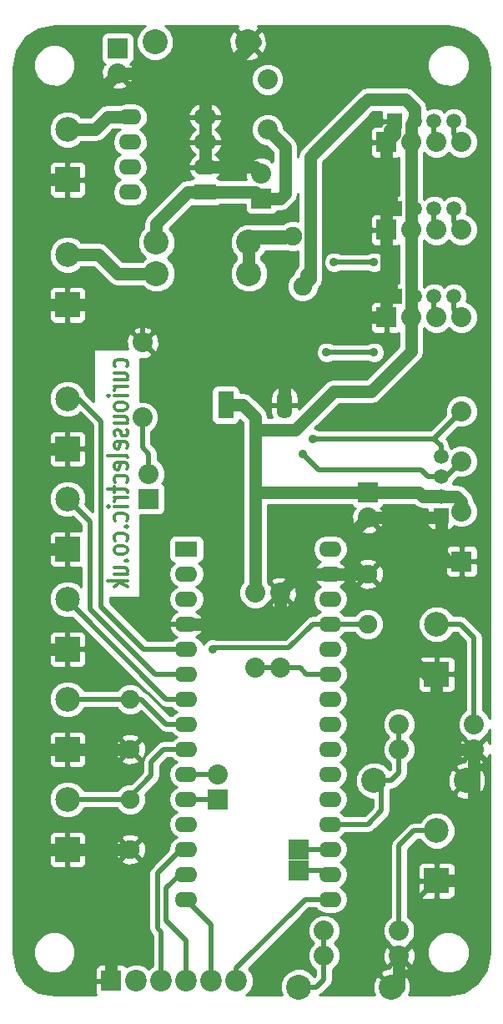
<source format=gbl>
G04 #@! TF.FileFunction,Copper,L2,Bot,Signal*
%FSLAX46Y46*%
G04 Gerber Fmt 4.6, Leading zero omitted, Abs format (unit mm)*
G04 Created by KiCad (PCBNEW 4.0.5) date 12/30/18 13:53:27*
%MOMM*%
%LPD*%
G01*
G04 APERTURE LIST*
%ADD10C,0.150000*%
%ADD11C,0.304800*%
%ADD12C,1.905000*%
%ADD13R,2.032000X2.032000*%
%ADD14C,2.032000*%
%ADD15C,2.540000*%
%ADD16R,2.286000X1.574800*%
%ADD17O,2.286000X1.574800*%
%ADD18O,2.032000X2.032000*%
%ADD19R,2.100580X2.100580*%
%ADD20C,2.199640*%
%ADD21R,1.500000X1.500000*%
%ADD22C,1.500000*%
%ADD23R,2.499360X2.499360*%
%ADD24C,2.499360*%
%ADD25R,1.600000X2.800000*%
%ADD26O,1.600000X2.800000*%
%ADD27C,0.889000*%
%ADD28C,1.270000*%
%ADD29C,0.508000*%
%ADD30C,0.254000*%
G04 APERTURE END LIST*
D10*
D11*
X12319476Y64594143D02*
X12416238Y64739286D01*
X12416238Y65029572D01*
X12319476Y65174714D01*
X12222714Y65247286D01*
X12029190Y65319857D01*
X11448619Y65319857D01*
X11255095Y65247286D01*
X11158333Y65174714D01*
X11061571Y65029572D01*
X11061571Y64739286D01*
X11158333Y64594143D01*
X11061571Y63287857D02*
X12416238Y63287857D01*
X11061571Y63941000D02*
X12125952Y63941000D01*
X12319476Y63868428D01*
X12416238Y63723286D01*
X12416238Y63505571D01*
X12319476Y63360428D01*
X12222714Y63287857D01*
X12416238Y62562143D02*
X11061571Y62562143D01*
X11448619Y62562143D02*
X11255095Y62489571D01*
X11158333Y62417000D01*
X11061571Y62271857D01*
X11061571Y62126714D01*
X12416238Y61618714D02*
X11061571Y61618714D01*
X10384238Y61618714D02*
X10481000Y61691285D01*
X10577762Y61618714D01*
X10481000Y61546142D01*
X10384238Y61618714D01*
X10577762Y61618714D01*
X12416238Y60675286D02*
X12319476Y60820428D01*
X12222714Y60893000D01*
X12029190Y60965571D01*
X11448619Y60965571D01*
X11255095Y60893000D01*
X11158333Y60820428D01*
X11061571Y60675286D01*
X11061571Y60457571D01*
X11158333Y60312428D01*
X11255095Y60239857D01*
X11448619Y60167286D01*
X12029190Y60167286D01*
X12222714Y60239857D01*
X12319476Y60312428D01*
X12416238Y60457571D01*
X12416238Y60675286D01*
X11061571Y58861000D02*
X12416238Y58861000D01*
X11061571Y59514143D02*
X12125952Y59514143D01*
X12319476Y59441571D01*
X12416238Y59296429D01*
X12416238Y59078714D01*
X12319476Y58933571D01*
X12222714Y58861000D01*
X12319476Y58207857D02*
X12416238Y58062714D01*
X12416238Y57772429D01*
X12319476Y57627286D01*
X12125952Y57554714D01*
X12029190Y57554714D01*
X11835667Y57627286D01*
X11738905Y57772429D01*
X11738905Y57990143D01*
X11642143Y58135286D01*
X11448619Y58207857D01*
X11351857Y58207857D01*
X11158333Y58135286D01*
X11061571Y57990143D01*
X11061571Y57772429D01*
X11158333Y57627286D01*
X12319476Y56321000D02*
X12416238Y56466143D01*
X12416238Y56756429D01*
X12319476Y56901572D01*
X12125952Y56974143D01*
X11351857Y56974143D01*
X11158333Y56901572D01*
X11061571Y56756429D01*
X11061571Y56466143D01*
X11158333Y56321000D01*
X11351857Y56248429D01*
X11545381Y56248429D01*
X11738905Y56974143D01*
X12416238Y55377572D02*
X12319476Y55522714D01*
X12125952Y55595286D01*
X10384238Y55595286D01*
X12319476Y54216428D02*
X12416238Y54361571D01*
X12416238Y54651857D01*
X12319476Y54797000D01*
X12125952Y54869571D01*
X11351857Y54869571D01*
X11158333Y54797000D01*
X11061571Y54651857D01*
X11061571Y54361571D01*
X11158333Y54216428D01*
X11351857Y54143857D01*
X11545381Y54143857D01*
X11738905Y54869571D01*
X12319476Y52837571D02*
X12416238Y52982714D01*
X12416238Y53273000D01*
X12319476Y53418142D01*
X12222714Y53490714D01*
X12029190Y53563285D01*
X11448619Y53563285D01*
X11255095Y53490714D01*
X11158333Y53418142D01*
X11061571Y53273000D01*
X11061571Y52982714D01*
X11158333Y52837571D01*
X11061571Y52402142D02*
X11061571Y51821571D01*
X10384238Y52184428D02*
X12125952Y52184428D01*
X12319476Y52111856D01*
X12416238Y51966714D01*
X12416238Y51821571D01*
X12416238Y51313571D02*
X11061571Y51313571D01*
X11448619Y51313571D02*
X11255095Y51240999D01*
X11158333Y51168428D01*
X11061571Y51023285D01*
X11061571Y50878142D01*
X12416238Y50370142D02*
X11061571Y50370142D01*
X10384238Y50370142D02*
X10481000Y50442713D01*
X10577762Y50370142D01*
X10481000Y50297570D01*
X10384238Y50370142D01*
X10577762Y50370142D01*
X12319476Y48991285D02*
X12416238Y49136428D01*
X12416238Y49426714D01*
X12319476Y49571856D01*
X12222714Y49644428D01*
X12029190Y49716999D01*
X11448619Y49716999D01*
X11255095Y49644428D01*
X11158333Y49571856D01*
X11061571Y49426714D01*
X11061571Y49136428D01*
X11158333Y48991285D01*
X12222714Y48338142D02*
X12319476Y48265570D01*
X12416238Y48338142D01*
X12319476Y48410713D01*
X12222714Y48338142D01*
X12416238Y48338142D01*
X12319476Y46959285D02*
X12416238Y47104428D01*
X12416238Y47394714D01*
X12319476Y47539856D01*
X12222714Y47612428D01*
X12029190Y47684999D01*
X11448619Y47684999D01*
X11255095Y47612428D01*
X11158333Y47539856D01*
X11061571Y47394714D01*
X11061571Y47104428D01*
X11158333Y46959285D01*
X12416238Y46088428D02*
X12319476Y46233570D01*
X12222714Y46306142D01*
X12029190Y46378713D01*
X11448619Y46378713D01*
X11255095Y46306142D01*
X11158333Y46233570D01*
X11061571Y46088428D01*
X11061571Y45870713D01*
X11158333Y45725570D01*
X11255095Y45652999D01*
X11448619Y45580428D01*
X12029190Y45580428D01*
X12222714Y45652999D01*
X12319476Y45725570D01*
X12416238Y45870713D01*
X12416238Y46088428D01*
X12222714Y44927285D02*
X12319476Y44854713D01*
X12416238Y44927285D01*
X12319476Y44999856D01*
X12222714Y44927285D01*
X12416238Y44927285D01*
X11061571Y43548428D02*
X12416238Y43548428D01*
X11061571Y44201571D02*
X12125952Y44201571D01*
X12319476Y44128999D01*
X12416238Y43983857D01*
X12416238Y43766142D01*
X12319476Y43620999D01*
X12222714Y43548428D01*
X12416238Y42822714D02*
X10384238Y42822714D01*
X11642143Y42677571D02*
X12416238Y42242142D01*
X11061571Y42242142D02*
X11835667Y42822714D01*
D12*
X12687000Y30857500D03*
X12687000Y25777500D03*
X12687000Y20697500D03*
X12687000Y15617500D03*
D13*
X36817000Y51812500D03*
D14*
X36817000Y49272500D03*
D12*
X36817000Y38477500D03*
X36817000Y43557500D03*
D13*
X11417000Y96897500D03*
D14*
X11417000Y94357500D03*
D13*
X26022000Y81657500D03*
D14*
X26022000Y84197500D03*
D13*
X14592000Y51177500D03*
D14*
X14592000Y53717500D03*
D15*
X29832000Y1647500D03*
X39230000Y1647500D03*
X37452000Y22602500D03*
X46850000Y22602500D03*
X24752000Y77212500D03*
X15354000Y77212500D03*
X24752000Y74037500D03*
X15354000Y74037500D03*
D12*
X29197000Y77847500D03*
X30197000Y72747500D03*
D16*
X18402000Y46097500D03*
D17*
X18402000Y43557500D03*
X18402000Y41017500D03*
X18402000Y38477500D03*
X18402000Y35937500D03*
X18402000Y33397500D03*
X18402000Y30857500D03*
X18402000Y28317500D03*
X18402000Y25777500D03*
X18402000Y23237500D03*
X18402000Y20697500D03*
X18402000Y18157500D03*
X18402000Y15617500D03*
X18402000Y13077500D03*
X18402000Y10537500D03*
X33007000Y10537500D03*
X33007000Y13077500D03*
X33007000Y15617500D03*
X33007000Y18157500D03*
X33007000Y20697500D03*
X33007000Y23237500D03*
X33007000Y25777500D03*
X33007000Y28317500D03*
X33007000Y30857500D03*
X33007000Y33397500D03*
X33007000Y35937500D03*
X33007000Y38477500D03*
X33007000Y41017500D03*
X33007000Y43557500D03*
X33007000Y46097500D03*
D13*
X29832000Y15617500D03*
X29832000Y13458500D03*
D14*
X26657000Y93722500D03*
X26657000Y88642500D03*
D13*
X21577000Y20697500D03*
D18*
X21577000Y23237500D03*
D19*
X10782000Y2282500D03*
D20*
X13322000Y2282500D03*
X15862000Y2282500D03*
X18402000Y2282500D03*
X20942000Y2282500D03*
X23482000Y2282500D03*
D13*
X38722000Y87372500D03*
D14*
X41262000Y87372500D03*
X43802000Y87372500D03*
X46342000Y87372500D03*
D21*
X39532000Y89483500D03*
D22*
X41532000Y89483500D03*
X43532000Y89483500D03*
X45532000Y89483500D03*
D13*
X38722000Y78482500D03*
D14*
X41262000Y78482500D03*
X43802000Y78482500D03*
X46342000Y78482500D03*
D21*
X39532000Y80593500D03*
D22*
X41532000Y80593500D03*
X43532000Y80593500D03*
X45532000Y80593500D03*
D13*
X38722000Y69592500D03*
D14*
X41262000Y69592500D03*
X43802000Y69592500D03*
X46342000Y69592500D03*
D21*
X39532000Y71703500D03*
D22*
X41532000Y71703500D03*
X43532000Y71703500D03*
X45532000Y71703500D03*
D14*
X13957000Y59432500D03*
X13957000Y67052500D03*
X25387000Y41652500D03*
X25387000Y34032500D03*
X27927000Y34032500D03*
X27927000Y41652500D03*
X32372000Y4822500D03*
X39992000Y4822500D03*
X39992000Y25777500D03*
X47612000Y25777500D03*
X39992000Y7362500D03*
X32372000Y7362500D03*
X47612000Y28317500D03*
X39992000Y28317500D03*
D16*
X20307000Y82292500D03*
D17*
X20307000Y84832500D03*
X20307000Y87372500D03*
X20307000Y89912500D03*
X12687000Y89912500D03*
X12687000Y87372500D03*
X12687000Y84832500D03*
X12687000Y82292500D03*
D13*
X46342000Y44827500D03*
D14*
X46342000Y49907500D03*
X46342000Y54987500D03*
X46342000Y60067500D03*
D21*
X44231000Y49447500D03*
D22*
X44231000Y51447500D03*
X44231000Y53447500D03*
X44231000Y55447500D03*
D23*
X6337000Y56257500D03*
D24*
X6337000Y61337500D03*
D23*
X6337000Y46097500D03*
D24*
X6337000Y51177500D03*
D23*
X6337000Y35937500D03*
D24*
X6337000Y41017500D03*
D23*
X6337000Y25777500D03*
D24*
X6337000Y30857500D03*
D23*
X6337000Y15617500D03*
D24*
X6337000Y20697500D03*
D23*
X6337000Y83562500D03*
D24*
X6337000Y88642500D03*
D23*
X6337000Y70862500D03*
D24*
X6337000Y75942500D03*
D23*
X43802000Y12442500D03*
D24*
X43802000Y17522500D03*
D23*
X43802000Y33397500D03*
D24*
X43802000Y38477500D03*
D25*
X22387000Y60702500D03*
D26*
X28387000Y60702500D03*
D15*
X15227000Y97532500D03*
X24625000Y97532500D03*
D27*
X21069000Y35937500D03*
X30213000Y55749500D03*
X31229000Y57273500D03*
X37452000Y66036500D03*
X32626000Y66036500D03*
X37452000Y75180500D03*
X33388000Y75180500D03*
D28*
X22387000Y60702500D02*
X24133500Y60702500D01*
X25387000Y59449000D02*
X25387000Y58162500D01*
X24133500Y60702500D02*
X25387000Y59449000D01*
X25387000Y58162500D02*
X29451000Y58162500D01*
X29451000Y58162500D02*
X33388000Y62099500D01*
X33388000Y62099500D02*
X37198000Y62099500D01*
X37198000Y62099500D02*
X41262000Y66163500D01*
X41262000Y66163500D02*
X41262000Y69592500D01*
X44231000Y51447500D02*
X45818000Y51447500D01*
X45818000Y51447500D02*
X46342000Y50923500D01*
X46342000Y50923500D02*
X46342000Y49907500D01*
X36817000Y51812500D02*
X42024000Y51812500D01*
X42389000Y51447500D02*
X44231000Y51447500D01*
X42024000Y51812500D02*
X42389000Y51447500D01*
X36817000Y51812500D02*
X25387000Y51812500D01*
X25387000Y51812500D02*
X25387000Y51939500D01*
X22387000Y60702500D02*
X22847000Y60702500D01*
X25387000Y58162500D02*
X25387000Y51939500D01*
X25387000Y51939500D02*
X25387000Y41652500D01*
X41532000Y89483500D02*
X41532000Y90785500D01*
X30975000Y73525500D02*
X30197000Y72747500D01*
X30975000Y85848500D02*
X30975000Y73525500D01*
X36817000Y91690500D02*
X30975000Y85848500D01*
X40627000Y91690500D02*
X36817000Y91690500D01*
X41532000Y90785500D02*
X40627000Y91690500D01*
X41262000Y87372500D02*
X41262000Y89213500D01*
X41262000Y89213500D02*
X41532000Y89483500D01*
X41262000Y69592500D02*
X41262000Y87372500D01*
D29*
X31229000Y38477500D02*
X33007000Y38477500D01*
X28816000Y36064500D02*
X31229000Y38477500D01*
X21196000Y36064500D02*
X28816000Y36064500D01*
X21069000Y35937500D02*
X21196000Y36064500D01*
X30197000Y72747500D02*
X30197000Y74021500D01*
X41262000Y90547500D02*
X41262000Y87372500D01*
X40119000Y91690500D02*
X41262000Y90547500D01*
X36309000Y91690500D02*
X40119000Y91690500D01*
X30975000Y86356500D02*
X36309000Y91690500D01*
X30975000Y74799500D02*
X30975000Y86356500D01*
X30197000Y74021500D02*
X30975000Y74799500D01*
X36817000Y51812500D02*
X43866000Y51812500D01*
X43866000Y51812500D02*
X44231000Y51447500D01*
X44231000Y51447500D02*
X44802000Y51447500D01*
X41262000Y89213500D02*
X41532000Y89483500D01*
X41262000Y78482500D02*
X41262000Y87372500D01*
X41262000Y78482500D02*
X41262000Y80323500D01*
X41262000Y80323500D02*
X41532000Y80593500D01*
X41262000Y69592500D02*
X41262000Y78482500D01*
X41262000Y69592500D02*
X41262000Y71433500D01*
X41262000Y71433500D02*
X41532000Y71703500D01*
X36817000Y38477500D02*
X33007000Y38477500D01*
D28*
X3924000Y84515000D02*
X3924000Y89896000D01*
X8305500Y91246000D02*
X11417000Y94357500D01*
X5274000Y91246000D02*
X8305500Y91246000D01*
X3924000Y89896000D02*
X5274000Y91246000D01*
X39532000Y89483500D02*
X39532000Y88182500D01*
X39532000Y88182500D02*
X38722000Y87372500D01*
X38722000Y87372500D02*
X38722000Y69592500D01*
X20307000Y84832500D02*
X25387000Y84832500D01*
X25387000Y84832500D02*
X26022000Y84197500D01*
X20307000Y94357500D02*
X20307000Y84832500D01*
X11417000Y94357500D02*
X22212000Y94357500D01*
X3924000Y25777500D02*
X12687000Y25777500D01*
X6337000Y35937500D02*
X3924000Y35937500D01*
X6337000Y46097500D02*
X3924000Y46097500D01*
X6337000Y56257500D02*
X3924000Y56257500D01*
X6337000Y70862500D02*
X3924000Y70862500D01*
X6337000Y83562500D02*
X3924000Y83562500D01*
X3924000Y83562500D02*
X4305000Y83562500D01*
X3924000Y15617500D02*
X3924000Y84515000D01*
X12687000Y15617500D02*
X3924000Y15617500D01*
X3924000Y15617500D02*
X3797000Y15617500D01*
X10782000Y2282500D02*
X10782000Y15617500D01*
X39992000Y1647500D02*
X39992000Y4822500D01*
X47612000Y25777500D02*
X47612000Y13585500D01*
X46469000Y12442500D02*
X43802000Y12442500D01*
X47612000Y13585500D02*
X46469000Y12442500D01*
X45072000Y25777500D02*
X47612000Y25777500D01*
X43802000Y33397500D02*
X43802000Y27047500D01*
X43802000Y27047500D02*
X45072000Y25777500D01*
X44231000Y45541500D02*
X40881000Y42191500D01*
X40881000Y42191500D02*
X40881000Y35302500D01*
X40881000Y35302500D02*
X42786000Y33397500D01*
X42786000Y33397500D02*
X43802000Y33397500D01*
X44231000Y49447500D02*
X44231000Y45541500D01*
X44231000Y45541500D02*
X44945000Y44827500D01*
X44945000Y44827500D02*
X46342000Y44827500D01*
X36817000Y49272500D02*
X44056000Y49272500D01*
X44056000Y49272500D02*
X44231000Y49447500D01*
X35293000Y43557500D02*
X35293000Y47748500D01*
X35293000Y47748500D02*
X36817000Y49272500D01*
X33007000Y43557500D02*
X35293000Y43557500D01*
X35293000Y43557500D02*
X36817000Y43557500D01*
X33007000Y43557500D02*
X29832000Y43557500D01*
X29832000Y43557500D02*
X27927000Y41652500D01*
X18402000Y38477500D02*
X26657000Y38477500D01*
X26657000Y38477500D02*
X27927000Y39747500D01*
X27927000Y39747500D02*
X27927000Y41652500D01*
X18910000Y69592500D02*
X18910000Y59686500D01*
X18910000Y59686500D02*
X20942000Y57654500D01*
X20942000Y57654500D02*
X20942000Y38477500D01*
X28387000Y60702500D02*
X28387000Y69592500D01*
X6337000Y70862500D02*
X14719000Y70862500D01*
X14719000Y70862500D02*
X15989000Y69592500D01*
X15989000Y69592500D02*
X18910000Y69592500D01*
X18910000Y69592500D02*
X38722000Y69592500D01*
D29*
X20942000Y38477500D02*
X20942000Y57654500D01*
X19037000Y59559500D02*
X19037000Y69592500D01*
X20942000Y57654500D02*
X19037000Y59559500D01*
X28308000Y69338500D02*
X28308000Y69592500D01*
X28308000Y69513500D02*
X28308000Y69338500D01*
X28387000Y69592500D02*
X28308000Y69513500D01*
X13957000Y67052500D02*
X13957000Y70735500D01*
X13957000Y70735500D02*
X14084000Y70862500D01*
X46342000Y44827500D02*
X46596000Y44827500D01*
X18402000Y38477500D02*
X20942000Y38477500D01*
X20942000Y38477500D02*
X26657000Y38477500D01*
X27927000Y39747500D02*
X27927000Y41652500D01*
X26657000Y38477500D02*
X27927000Y39747500D01*
X38722000Y69592500D02*
X28308000Y69592500D01*
X28308000Y69592500D02*
X27292000Y69592500D01*
X27292000Y69592500D02*
X19037000Y69592500D01*
X19037000Y69592500D02*
X15989000Y69592500D01*
X14719000Y70862500D02*
X15862000Y69719500D01*
X15989000Y69592500D02*
X15862000Y69719500D01*
X14084000Y70862500D02*
X14719000Y70862500D01*
X43802000Y33397500D02*
X42786000Y33397500D01*
X42786000Y33397500D02*
X40881000Y35302500D01*
X40881000Y35302500D02*
X40881000Y42191500D01*
X44056000Y49272500D02*
X44231000Y49447500D01*
X44945000Y44827500D02*
X46342000Y44827500D01*
X44231000Y45541500D02*
X44945000Y44827500D01*
X6337000Y70862500D02*
X14084000Y70862500D01*
X25387000Y84832500D02*
X26022000Y84197500D01*
X20307000Y89912500D02*
X20307000Y94357500D01*
X20307000Y94357500D02*
X20307000Y94230500D01*
X20307000Y94230500D02*
X20307000Y94357500D01*
X11417000Y94357500D02*
X20307000Y94357500D01*
X20307000Y94357500D02*
X22212000Y94357500D01*
X20307000Y87372500D02*
X20307000Y89912500D01*
X20307000Y84832500D02*
X20307000Y87372500D01*
X38722000Y87372500D02*
X38722000Y88673500D01*
X38722000Y88673500D02*
X39532000Y89483500D01*
X38722000Y78482500D02*
X38722000Y87372500D01*
X38722000Y78482500D02*
X38722000Y79783500D01*
X38722000Y79783500D02*
X39532000Y80593500D01*
X38722000Y69592500D02*
X38722000Y78482500D01*
X38722000Y69592500D02*
X38722000Y70893500D01*
X38722000Y70893500D02*
X39532000Y71703500D01*
X6337000Y25777500D02*
X3924000Y25777500D01*
X3924000Y25777500D02*
X4051000Y25777500D01*
X4051000Y25777500D02*
X3924000Y25777500D01*
X3924000Y35937500D02*
X4051000Y35937500D01*
X4051000Y35937500D02*
X3924000Y35937500D01*
X3924000Y46097500D02*
X4178000Y46097500D01*
X4178000Y46097500D02*
X3924000Y46097500D01*
X3924000Y56257500D02*
X3924000Y56003500D01*
X3924000Y70862500D02*
X4051000Y70862500D01*
X4051000Y70862500D02*
X3924000Y70862500D01*
X6337000Y15617500D02*
X3797000Y15617500D01*
X3797000Y15617500D02*
X3924000Y15744500D01*
X3924000Y15744500D02*
X3924000Y25777500D01*
X3924000Y82800500D02*
X3924000Y83181500D01*
X3924000Y83181500D02*
X4305000Y83562500D01*
X3924000Y25777500D02*
X3924000Y35937500D01*
X3924000Y35937500D02*
X3924000Y46097500D01*
X3924000Y46097500D02*
X3924000Y56003500D01*
X3924000Y56003500D02*
X3924000Y70862500D01*
X3924000Y70862500D02*
X3924000Y82800500D01*
X45072000Y25777500D02*
X43802000Y27047500D01*
X43802000Y12442500D02*
X45707000Y12442500D01*
X45707000Y12442500D02*
X47612000Y14347500D01*
X47612000Y22602500D02*
X47612000Y25777500D01*
X39992000Y4822500D02*
X40246000Y4822500D01*
X40246000Y4822500D02*
X41770000Y6346500D01*
X41770000Y6346500D02*
X41770000Y10410500D01*
X41770000Y10410500D02*
X43802000Y12442500D01*
X35166000Y43557500D02*
X35166000Y47621500D01*
X35166000Y47621500D02*
X36817000Y49272500D01*
X27927000Y41652500D02*
X27927000Y41906500D01*
X27927000Y41906500D02*
X29578000Y43557500D01*
X29578000Y43557500D02*
X33007000Y43557500D01*
X36817000Y43557500D02*
X35166000Y43557500D01*
X35166000Y43557500D02*
X33007000Y43557500D01*
X10782000Y15617500D02*
X10909000Y15617500D01*
X6337000Y15617500D02*
X10909000Y15617500D01*
X10909000Y15617500D02*
X12687000Y15617500D01*
X6337000Y25777500D02*
X12687000Y25777500D01*
X47612000Y14347500D02*
X47612000Y22602500D01*
D28*
X22212000Y94357500D02*
X25387000Y97532500D01*
D29*
X22212000Y94357500D02*
X25387000Y97532500D01*
X14592000Y53717500D02*
X14592000Y55749500D01*
X13957000Y56384500D02*
X13957000Y59432500D01*
X14592000Y55749500D02*
X13957000Y56384500D01*
X29832000Y13458500D02*
X32626000Y13458500D01*
X32626000Y13458500D02*
X33007000Y13077500D01*
X29832000Y15617500D02*
X33007000Y15617500D01*
X27927000Y34032500D02*
X29959000Y34032500D01*
X30594000Y33397500D02*
X33007000Y33397500D01*
X29959000Y34032500D02*
X30594000Y33397500D01*
X25387000Y34032500D02*
X27927000Y34032500D01*
X12687000Y30857500D02*
X13830000Y30857500D01*
X16370000Y28317500D02*
X18402000Y28317500D01*
X13830000Y30857500D02*
X16370000Y28317500D01*
X6337000Y30857500D02*
X12687000Y30857500D01*
X12687000Y20697500D02*
X12687000Y20951500D01*
X12687000Y20951500D02*
X14846000Y23110500D01*
X16116000Y25777500D02*
X18402000Y25777500D01*
X14846000Y24507500D02*
X16116000Y25777500D01*
X14846000Y23110500D02*
X14846000Y24507500D01*
X6337000Y20697500D02*
X12687000Y20697500D01*
D28*
X6337000Y88642500D02*
X9131000Y88642500D01*
X10401000Y89912500D02*
X12687000Y89912500D01*
X9131000Y88642500D02*
X10401000Y89912500D01*
X26022000Y81657500D02*
X27927000Y81657500D01*
X28435000Y82165500D02*
X28435000Y86864500D01*
X27927000Y81657500D02*
X28435000Y82165500D01*
X28435000Y86864500D02*
X26657000Y88642500D01*
X20307000Y82292500D02*
X25387000Y82292500D01*
X25387000Y82292500D02*
X26022000Y81657500D01*
X15354000Y77212500D02*
X15354000Y79117500D01*
X18529000Y82292500D02*
X20307000Y82292500D01*
X15354000Y79117500D02*
X18529000Y82292500D01*
D29*
X28435000Y86864500D02*
X26657000Y88642500D01*
X25387000Y82292500D02*
X26022000Y81657500D01*
X30594000Y1647500D02*
X31610000Y1647500D01*
X31610000Y1647500D02*
X32372000Y2409500D01*
X32372000Y4822500D02*
X32372000Y7362500D01*
X32372000Y2409500D02*
X32372000Y4822500D01*
X38214000Y22602500D02*
X39230000Y22602500D01*
X39230000Y22602500D02*
X39992000Y23364500D01*
X38214000Y19554500D02*
X38214000Y22602500D01*
X36817000Y18157500D02*
X38214000Y19554500D01*
X39992000Y25777500D02*
X39992000Y28317500D01*
X39992000Y23364500D02*
X39992000Y25777500D01*
X33007000Y18157500D02*
X36817000Y18157500D01*
D28*
X24752000Y77212500D02*
X24752000Y74037500D01*
X29197000Y77847500D02*
X25387000Y77847500D01*
X25387000Y77847500D02*
X24752000Y77212500D01*
D29*
X24752000Y77212500D02*
X28562000Y77212500D01*
X28562000Y77212500D02*
X29197000Y77847500D01*
D28*
X15354000Y74037500D02*
X11417000Y74037500D01*
X11417000Y74037500D02*
X9512000Y75942500D01*
X9512000Y75942500D02*
X6337000Y75942500D01*
D29*
X6337000Y75942500D02*
X9512000Y75942500D01*
X9512000Y75942500D02*
X11417000Y74037500D01*
X31800500Y54162000D02*
X42214500Y54162000D01*
X30213000Y55749500D02*
X31800500Y54162000D01*
X44231000Y53447500D02*
X44802000Y53447500D01*
X44802000Y53447500D02*
X46342000Y54987500D01*
X42929000Y53447500D02*
X44231000Y53447500D01*
X42214500Y54162000D02*
X42929000Y53447500D01*
X31229000Y57273500D02*
X40373000Y57273500D01*
X44231000Y55447500D02*
X44231000Y56590500D01*
X44231000Y56590500D02*
X43548000Y57273500D01*
X43548000Y57273500D02*
X46342000Y60067500D01*
X40373000Y57273500D02*
X43548000Y57273500D01*
X6337000Y61337500D02*
X7480000Y61337500D01*
X7480000Y61337500D02*
X9766000Y59051500D01*
X9766000Y59051500D02*
X9766000Y40255500D01*
X9766000Y40255500D02*
X14084000Y35937500D01*
X14084000Y35937500D02*
X18402000Y35937500D01*
X18402000Y33397500D02*
X15227000Y33397500D01*
X8623000Y48891500D02*
X6337000Y51177500D01*
X8623000Y40001500D02*
X8623000Y48891500D01*
X15227000Y33397500D02*
X8623000Y40001500D01*
X6337000Y41017500D02*
X6337000Y40890500D01*
X6337000Y40890500D02*
X16370000Y30857500D01*
X16370000Y30857500D02*
X18402000Y30857500D01*
X18402000Y23237500D02*
X21577000Y23237500D01*
X18402000Y20697500D02*
X21577000Y20697500D01*
X18402000Y15617500D02*
X17894000Y15617500D01*
X17894000Y15617500D02*
X15481000Y13204500D01*
X15481000Y13204500D02*
X15481000Y7616500D01*
X15481000Y7616500D02*
X15862000Y7235500D01*
X15862000Y7235500D02*
X15862000Y2282500D01*
X18402000Y2282500D02*
X18402000Y6346500D01*
X16370000Y11680500D02*
X17767000Y13077500D01*
X16370000Y8378500D02*
X16370000Y11680500D01*
X18402000Y6346500D02*
X16370000Y8378500D01*
X17767000Y13077500D02*
X18402000Y13077500D01*
X20942000Y2282500D02*
X20942000Y7997500D01*
X20942000Y7997500D02*
X18402000Y10537500D01*
X23482000Y2282500D02*
X23482000Y3552500D01*
X30467000Y10537500D02*
X33007000Y10537500D01*
X23482000Y3552500D02*
X30467000Y10537500D01*
X32626000Y66036500D02*
X37452000Y66036500D01*
X45532000Y71703500D02*
X45532000Y70402500D01*
X45532000Y70402500D02*
X46342000Y69592500D01*
X33388000Y75180500D02*
X37452000Y75180500D01*
X45532000Y80593500D02*
X45532000Y79292500D01*
X45532000Y79292500D02*
X46342000Y78482500D01*
X43532000Y89483500D02*
X43532000Y87642500D01*
X43532000Y87642500D02*
X43802000Y87372500D01*
X45532000Y89483500D02*
X45532000Y88182500D01*
X45532000Y88182500D02*
X46342000Y87372500D01*
X43532000Y80593500D02*
X43532000Y78752500D01*
X43532000Y78752500D02*
X43802000Y78482500D01*
X43532000Y71703500D02*
X43532000Y69862500D01*
X43532000Y69862500D02*
X43802000Y69592500D01*
X41516000Y17522500D02*
X43802000Y17522500D01*
X39992000Y15998500D02*
X41516000Y17522500D01*
X39992000Y7362500D02*
X39992000Y15998500D01*
X47612000Y28317500D02*
X47612000Y37080500D01*
X46215000Y38477500D02*
X43802000Y38477500D01*
X47612000Y37080500D02*
X46215000Y38477500D01*
D30*
G36*
X14149314Y99148422D02*
X13612961Y98613005D01*
X13322332Y97913090D01*
X13321670Y97155235D01*
X13611078Y96454814D01*
X14146495Y95918461D01*
X14846410Y95627832D01*
X15604265Y95627170D01*
X16304686Y95916578D01*
X16573299Y96184723D01*
X23456828Y96184723D01*
X23588520Y95889843D01*
X24296036Y95618239D01*
X25053632Y95638064D01*
X25661480Y95889843D01*
X25793172Y96184723D01*
X24625000Y97352895D01*
X23456828Y96184723D01*
X16573299Y96184723D01*
X16841039Y96451995D01*
X17131668Y97151910D01*
X17132287Y97861464D01*
X22710739Y97861464D01*
X22730564Y97103868D01*
X22982343Y96496020D01*
X23277223Y96364328D01*
X24445395Y97532500D01*
X24804605Y97532500D01*
X25972777Y96364328D01*
X26267657Y96496020D01*
X26539261Y97203536D01*
X26519436Y97961132D01*
X26267657Y98568980D01*
X25972777Y98700672D01*
X24804605Y97532500D01*
X24445395Y97532500D01*
X23277223Y98700672D01*
X22982343Y98568980D01*
X22710739Y97861464D01*
X17132287Y97861464D01*
X17132330Y97909765D01*
X16842922Y98610186D01*
X16307505Y99146539D01*
X16240167Y99174500D01*
X23588227Y99174500D01*
X23456828Y98880277D01*
X24625000Y97712105D01*
X25793172Y98880277D01*
X25661773Y99174500D01*
X44918697Y99174500D01*
X46591323Y98841794D01*
X47940382Y97940382D01*
X48841794Y96591322D01*
X49174500Y94918697D01*
X49174500Y28859342D01*
X49012466Y29251495D01*
X48548437Y29716334D01*
X48501000Y29736032D01*
X48501000Y37080500D01*
X48433329Y37420706D01*
X48240618Y37709118D01*
X46843618Y39106118D01*
X46834067Y39112500D01*
X46555206Y39298829D01*
X46215000Y39366500D01*
X45473900Y39366500D01*
X45400686Y39543691D01*
X44870979Y40074322D01*
X44178531Y40361852D01*
X43428759Y40362506D01*
X42735809Y40076186D01*
X42205178Y39546479D01*
X41917648Y38854031D01*
X41916994Y38104259D01*
X42203314Y37411309D01*
X42733021Y36880678D01*
X43425469Y36593148D01*
X44175241Y36592494D01*
X44868191Y36878814D01*
X45398822Y37408521D01*
X45473556Y37588500D01*
X45846764Y37588500D01*
X46723000Y36712264D01*
X46723000Y29736558D01*
X46678005Y29717966D01*
X46213166Y29253937D01*
X45961287Y28647345D01*
X45960714Y27990537D01*
X46211534Y27383505D01*
X46634366Y26959935D01*
X46627498Y26941607D01*
X47612000Y25957105D01*
X48596502Y26941607D01*
X48589453Y26960417D01*
X49010834Y27381063D01*
X49174500Y27775215D01*
X49174500Y26347826D01*
X49044622Y26661380D01*
X48776107Y26762002D01*
X47791605Y25777500D01*
X48776107Y24792998D01*
X49044622Y24893620D01*
X49174500Y25242420D01*
X49174500Y5081303D01*
X48841794Y3408678D01*
X47940382Y2059618D01*
X46591323Y1158206D01*
X44918697Y825500D01*
X40954992Y825500D01*
X41144261Y1318536D01*
X41124436Y2076132D01*
X40872657Y2683980D01*
X40577777Y2815672D01*
X39409605Y1647500D01*
X39423748Y1633357D01*
X39244143Y1453752D01*
X39230000Y1467895D01*
X39215858Y1453752D01*
X39036253Y1633357D01*
X39050395Y1647500D01*
X37882223Y2815672D01*
X37587343Y2683980D01*
X37315739Y1976464D01*
X37335564Y1218868D01*
X37498502Y825500D01*
X31946833Y825500D01*
X31950206Y826171D01*
X32238618Y1018882D01*
X33000618Y1780882D01*
X33031503Y1827105D01*
X33193329Y2069294D01*
X33261000Y2409500D01*
X33261000Y2995277D01*
X38061828Y2995277D01*
X39230000Y1827105D01*
X40398172Y2995277D01*
X40314730Y3182118D01*
X40380019Y3184486D01*
X40875880Y3389878D01*
X40976502Y3658393D01*
X39992000Y4642895D01*
X39007498Y3658393D01*
X39048713Y3548409D01*
X38801368Y3541936D01*
X38193520Y3290157D01*
X38061828Y2995277D01*
X33261000Y2995277D01*
X33261000Y3403442D01*
X33305995Y3422034D01*
X33770834Y3886063D01*
X34022713Y4492655D01*
X34023234Y5090858D01*
X38330184Y5090858D01*
X38353986Y4434481D01*
X38559378Y3938620D01*
X38827893Y3837998D01*
X39812395Y4822500D01*
X40171605Y4822500D01*
X41156107Y3837998D01*
X41424622Y3938620D01*
X41653816Y4554142D01*
X41647124Y4738685D01*
X42851630Y4738685D01*
X43175980Y3953700D01*
X43776041Y3352591D01*
X44560459Y3026872D01*
X45409815Y3026130D01*
X46194800Y3350480D01*
X46795909Y3950541D01*
X47121628Y4734959D01*
X47122370Y5584315D01*
X46798020Y6369300D01*
X46197959Y6970409D01*
X45413541Y7296128D01*
X44564185Y7296870D01*
X43779200Y6972520D01*
X43178091Y6372459D01*
X42852372Y5588041D01*
X42851630Y4738685D01*
X41647124Y4738685D01*
X41630014Y5210519D01*
X41424622Y5706380D01*
X41156107Y5807002D01*
X40171605Y4822500D01*
X39812395Y4822500D01*
X38827893Y5807002D01*
X38559378Y5706380D01*
X38330184Y5090858D01*
X34023234Y5090858D01*
X34023286Y5149463D01*
X33772466Y5756495D01*
X33436868Y6092679D01*
X33770834Y6426063D01*
X34022713Y7032655D01*
X34022715Y7035537D01*
X38340714Y7035537D01*
X38591534Y6428505D01*
X39014366Y6004935D01*
X39007498Y5986607D01*
X39992000Y5002105D01*
X40976502Y5986607D01*
X40969453Y6005417D01*
X41390834Y6426063D01*
X41642713Y7032655D01*
X41643286Y7689463D01*
X41392466Y8296495D01*
X40928437Y8761334D01*
X40881000Y8781032D01*
X40881000Y12156750D01*
X41917320Y12156750D01*
X41917320Y11066511D01*
X42013993Y10833122D01*
X42192621Y10654493D01*
X42426010Y10557820D01*
X43516250Y10557820D01*
X43675000Y10716570D01*
X43675000Y12315500D01*
X43929000Y12315500D01*
X43929000Y10716570D01*
X44087750Y10557820D01*
X45177990Y10557820D01*
X45411379Y10654493D01*
X45590007Y10833122D01*
X45686680Y11066511D01*
X45686680Y12156750D01*
X45527930Y12315500D01*
X43929000Y12315500D01*
X43675000Y12315500D01*
X42076070Y12315500D01*
X41917320Y12156750D01*
X40881000Y12156750D01*
X40881000Y13818489D01*
X41917320Y13818489D01*
X41917320Y12728250D01*
X42076070Y12569500D01*
X43675000Y12569500D01*
X43675000Y14168430D01*
X43929000Y14168430D01*
X43929000Y12569500D01*
X45527930Y12569500D01*
X45686680Y12728250D01*
X45686680Y13818489D01*
X45590007Y14051878D01*
X45411379Y14230507D01*
X45177990Y14327180D01*
X44087750Y14327180D01*
X43929000Y14168430D01*
X43675000Y14168430D01*
X43516250Y14327180D01*
X42426010Y14327180D01*
X42192621Y14230507D01*
X42013993Y14051878D01*
X41917320Y13818489D01*
X40881000Y13818489D01*
X40881000Y15630264D01*
X41884236Y16633500D01*
X42130100Y16633500D01*
X42203314Y16456309D01*
X42733021Y15925678D01*
X43425469Y15638148D01*
X44175241Y15637494D01*
X44868191Y15923814D01*
X45398822Y16453521D01*
X45686352Y17145969D01*
X45687006Y17895741D01*
X45400686Y18588691D01*
X44870979Y19119322D01*
X44178531Y19406852D01*
X43428759Y19407506D01*
X42735809Y19121186D01*
X42205178Y18591479D01*
X42130444Y18411500D01*
X41516000Y18411500D01*
X41175794Y18343829D01*
X40887382Y18151118D01*
X39363382Y16627118D01*
X39170671Y16338706D01*
X39103000Y15998500D01*
X39103000Y8781558D01*
X39058005Y8762966D01*
X38593166Y8298937D01*
X38341287Y7692345D01*
X38340714Y7035537D01*
X34022715Y7035537D01*
X34023286Y7689463D01*
X33772466Y8296495D01*
X33308437Y8761334D01*
X32701845Y9013213D01*
X32045037Y9013786D01*
X31438005Y8762966D01*
X30973166Y8298937D01*
X30721287Y7692345D01*
X30720714Y7035537D01*
X30971534Y6428505D01*
X31307132Y6092321D01*
X30973166Y5758937D01*
X30721287Y5152345D01*
X30720714Y4495537D01*
X30971534Y3888505D01*
X31435563Y3423666D01*
X31483000Y3403968D01*
X31483000Y2777736D01*
X31439194Y2733930D01*
X30912505Y3261539D01*
X30212590Y3552168D01*
X29454735Y3552830D01*
X28754314Y3263422D01*
X28217961Y2728005D01*
X27927332Y2028090D01*
X27926670Y1270235D01*
X28110431Y825500D01*
X24478004Y825500D01*
X24951851Y1298520D01*
X25216518Y1935909D01*
X25217120Y2626063D01*
X24953566Y3263913D01*
X24702327Y3515591D01*
X30835236Y9648500D01*
X31532742Y9648500D01*
X31610778Y9531711D01*
X32072238Y9223374D01*
X32616567Y9115100D01*
X33397433Y9115100D01*
X33941762Y9223374D01*
X34403222Y9531711D01*
X34711559Y9993171D01*
X34819833Y10537500D01*
X34711559Y11081829D01*
X34403222Y11543289D01*
X34007801Y11807500D01*
X34403222Y12071711D01*
X34711559Y12533171D01*
X34819833Y13077500D01*
X34711559Y13621829D01*
X34403222Y14083289D01*
X34007801Y14347500D01*
X34403222Y14611711D01*
X34711559Y15073171D01*
X34819833Y15617500D01*
X34711559Y16161829D01*
X34403222Y16623289D01*
X34007801Y16887500D01*
X34403222Y17151711D01*
X34481258Y17268500D01*
X36817000Y17268500D01*
X37157206Y17336171D01*
X37445618Y17528882D01*
X38842618Y18925882D01*
X39035329Y19214294D01*
X39103000Y19554500D01*
X39103000Y21254723D01*
X45681828Y21254723D01*
X45813520Y20959843D01*
X46521036Y20688239D01*
X47278632Y20708064D01*
X47886480Y20959843D01*
X48018172Y21254723D01*
X46850000Y22422895D01*
X45681828Y21254723D01*
X39103000Y21254723D01*
X39103000Y21611007D01*
X39145559Y21713500D01*
X39230000Y21713500D01*
X39570206Y21781171D01*
X39858618Y21973882D01*
X40620618Y22735882D01*
X40728470Y22897294D01*
X40751301Y22931464D01*
X44935739Y22931464D01*
X44955564Y22173868D01*
X45207343Y21566020D01*
X45502223Y21434328D01*
X46670395Y22602500D01*
X47029605Y22602500D01*
X48197777Y21434328D01*
X48492657Y21566020D01*
X48764261Y22273536D01*
X48744436Y23031132D01*
X48492657Y23638980D01*
X48197777Y23770672D01*
X47029605Y22602500D01*
X46670395Y22602500D01*
X45502223Y23770672D01*
X45207343Y23638980D01*
X44935739Y22931464D01*
X40751301Y22931464D01*
X40813329Y23024294D01*
X40881000Y23364500D01*
X40881000Y23950277D01*
X45681828Y23950277D01*
X46850000Y22782105D01*
X48018172Y23950277D01*
X47934730Y24137118D01*
X48000019Y24139486D01*
X48495880Y24344878D01*
X48596502Y24613393D01*
X47612000Y25597895D01*
X46627498Y24613393D01*
X46668713Y24503409D01*
X46421368Y24496936D01*
X45813520Y24245157D01*
X45681828Y23950277D01*
X40881000Y23950277D01*
X40881000Y24358442D01*
X40925995Y24377034D01*
X41390834Y24841063D01*
X41642713Y25447655D01*
X41643234Y26045858D01*
X45950184Y26045858D01*
X45973986Y25389481D01*
X46179378Y24893620D01*
X46447893Y24792998D01*
X47432395Y25777500D01*
X46447893Y26762002D01*
X46179378Y26661380D01*
X45950184Y26045858D01*
X41643234Y26045858D01*
X41643286Y26104463D01*
X41392466Y26711495D01*
X41056868Y27047679D01*
X41390834Y27381063D01*
X41642713Y27987655D01*
X41643286Y28644463D01*
X41392466Y29251495D01*
X40928437Y29716334D01*
X40321845Y29968213D01*
X39665037Y29968786D01*
X39058005Y29717966D01*
X38593166Y29253937D01*
X38341287Y28647345D01*
X38340714Y27990537D01*
X38591534Y27383505D01*
X38927132Y27047321D01*
X38593166Y26713937D01*
X38341287Y26107345D01*
X38340714Y25450537D01*
X38591534Y24843505D01*
X39055563Y24378666D01*
X39103000Y24358968D01*
X39103000Y23732736D01*
X39059194Y23688930D01*
X38532505Y24216539D01*
X37832590Y24507168D01*
X37074735Y24507830D01*
X36374314Y24218422D01*
X35837961Y23683005D01*
X35547332Y22983090D01*
X35546670Y22225235D01*
X35836078Y21524814D01*
X36371495Y20988461D01*
X37071410Y20697832D01*
X37325000Y20697610D01*
X37325000Y19922736D01*
X36448764Y19046500D01*
X34481258Y19046500D01*
X34403222Y19163289D01*
X34007801Y19427500D01*
X34403222Y19691711D01*
X34711559Y20153171D01*
X34819833Y20697500D01*
X34711559Y21241829D01*
X34403222Y21703289D01*
X34007801Y21967500D01*
X34403222Y22231711D01*
X34711559Y22693171D01*
X34819833Y23237500D01*
X34711559Y23781829D01*
X34403222Y24243289D01*
X34007801Y24507500D01*
X34403222Y24771711D01*
X34711559Y25233171D01*
X34819833Y25777500D01*
X34711559Y26321829D01*
X34403222Y26783289D01*
X34007801Y27047500D01*
X34403222Y27311711D01*
X34711559Y27773171D01*
X34819833Y28317500D01*
X34711559Y28861829D01*
X34403222Y29323289D01*
X34007801Y29587500D01*
X34403222Y29851711D01*
X34711559Y30313171D01*
X34819833Y30857500D01*
X34711559Y31401829D01*
X34403222Y31863289D01*
X34007801Y32127500D01*
X34403222Y32391711D01*
X34711559Y32853171D01*
X34762993Y33111750D01*
X41917320Y33111750D01*
X41917320Y32021511D01*
X42013993Y31788122D01*
X42192621Y31609493D01*
X42426010Y31512820D01*
X43516250Y31512820D01*
X43675000Y31671570D01*
X43675000Y33270500D01*
X43929000Y33270500D01*
X43929000Y31671570D01*
X44087750Y31512820D01*
X45177990Y31512820D01*
X45411379Y31609493D01*
X45590007Y31788122D01*
X45686680Y32021511D01*
X45686680Y33111750D01*
X45527930Y33270500D01*
X43929000Y33270500D01*
X43675000Y33270500D01*
X42076070Y33270500D01*
X41917320Y33111750D01*
X34762993Y33111750D01*
X34819833Y33397500D01*
X34711559Y33941829D01*
X34403222Y34403289D01*
X34007801Y34667500D01*
X34166425Y34773489D01*
X41917320Y34773489D01*
X41917320Y33683250D01*
X42076070Y33524500D01*
X43675000Y33524500D01*
X43675000Y35123430D01*
X43929000Y35123430D01*
X43929000Y33524500D01*
X45527930Y33524500D01*
X45686680Y33683250D01*
X45686680Y34773489D01*
X45590007Y35006878D01*
X45411379Y35185507D01*
X45177990Y35282180D01*
X44087750Y35282180D01*
X43929000Y35123430D01*
X43675000Y35123430D01*
X43516250Y35282180D01*
X42426010Y35282180D01*
X42192621Y35185507D01*
X42013993Y35006878D01*
X41917320Y34773489D01*
X34166425Y34773489D01*
X34403222Y34931711D01*
X34711559Y35393171D01*
X34819833Y35937500D01*
X34711559Y36481829D01*
X34403222Y36943289D01*
X34007801Y37207500D01*
X34403222Y37471711D01*
X34481258Y37588500D01*
X35466650Y37588500D01*
X35470398Y37579428D01*
X35916579Y37132468D01*
X36499841Y36890276D01*
X37131388Y36889725D01*
X37715072Y37130898D01*
X38162032Y37577079D01*
X38404224Y38160341D01*
X38404775Y38791888D01*
X38163602Y39375572D01*
X37717421Y39822532D01*
X37134159Y40064724D01*
X36502612Y40065275D01*
X35918928Y39824102D01*
X35471968Y39377921D01*
X35467226Y39366500D01*
X34481258Y39366500D01*
X34403222Y39483289D01*
X34007801Y39747500D01*
X34403222Y40011711D01*
X34711559Y40473171D01*
X34819833Y41017500D01*
X34711559Y41561829D01*
X34403222Y42023289D01*
X34008170Y42287254D01*
X34024262Y42291975D01*
X34207206Y42439341D01*
X35878446Y42439341D01*
X35971288Y42177412D01*
X36563801Y41958825D01*
X37194861Y41983622D01*
X37662712Y42177412D01*
X37755554Y42439341D01*
X36817000Y43377895D01*
X35878446Y42439341D01*
X34207206Y42439341D01*
X34458191Y42641514D01*
X34725327Y43130504D01*
X34742010Y43210440D01*
X34619852Y43430500D01*
X33134000Y43430500D01*
X33134000Y43410500D01*
X32880000Y43410500D01*
X32880000Y43430500D01*
X31394148Y43430500D01*
X31271990Y43210440D01*
X31288673Y43130504D01*
X31555809Y42641514D01*
X31989738Y42291975D01*
X32005830Y42287254D01*
X31610778Y42023289D01*
X31302441Y41561829D01*
X31194167Y41017500D01*
X31302441Y40473171D01*
X31610778Y40011711D01*
X32006199Y39747500D01*
X31610778Y39483289D01*
X31532742Y39366500D01*
X31229000Y39366500D01*
X30888794Y39298829D01*
X30600382Y39106118D01*
X28447764Y36953500D01*
X21437142Y36953500D01*
X21284668Y37016813D01*
X20855216Y37017187D01*
X20458311Y36853189D01*
X20154378Y36549786D01*
X20112907Y36449914D01*
X20106559Y36481829D01*
X19798222Y36943289D01*
X19403170Y37207254D01*
X19419262Y37211975D01*
X19853191Y37561514D01*
X20120327Y38050504D01*
X20137010Y38130440D01*
X20014852Y38350500D01*
X18529000Y38350500D01*
X18529000Y38330500D01*
X18275000Y38330500D01*
X18275000Y38350500D01*
X16789148Y38350500D01*
X16666990Y38130440D01*
X16683673Y38050504D01*
X16950809Y37561514D01*
X17384738Y37211975D01*
X17400830Y37207254D01*
X17005778Y36943289D01*
X16927742Y36826500D01*
X14452236Y36826500D01*
X10655000Y40623736D01*
X10655000Y41164457D01*
X13706800Y41164457D01*
X13706800Y43557500D01*
X16589167Y43557500D01*
X16697441Y43013171D01*
X17005778Y42551711D01*
X17401199Y42287500D01*
X17005778Y42023289D01*
X16697441Y41561829D01*
X16589167Y41017500D01*
X16697441Y40473171D01*
X17005778Y40011711D01*
X17400830Y39747746D01*
X17384738Y39743025D01*
X16950809Y39393486D01*
X16683673Y38904496D01*
X16666990Y38824560D01*
X16789148Y38604500D01*
X18275000Y38604500D01*
X18275000Y38624500D01*
X18529000Y38624500D01*
X18529000Y38604500D01*
X20014852Y38604500D01*
X20137010Y38824560D01*
X20120327Y38904496D01*
X19853191Y39393486D01*
X19419262Y39743025D01*
X19403170Y39747746D01*
X19798222Y40011711D01*
X20106559Y40473171D01*
X20214833Y41017500D01*
X20106559Y41561829D01*
X19798222Y42023289D01*
X19402801Y42287500D01*
X19798222Y42551711D01*
X20106559Y43013171D01*
X20214833Y43557500D01*
X20106559Y44101829D01*
X19798222Y44563289D01*
X19626540Y44678003D01*
X19780317Y44706938D01*
X19996441Y44846010D01*
X20141431Y45058210D01*
X20192440Y45310100D01*
X20192440Y46884900D01*
X20148162Y47120217D01*
X20009090Y47336341D01*
X19796890Y47481331D01*
X19545000Y47532340D01*
X17259000Y47532340D01*
X17023683Y47488062D01*
X16807559Y47348990D01*
X16662569Y47136790D01*
X16611560Y46884900D01*
X16611560Y45310100D01*
X16655838Y45074783D01*
X16794910Y44858659D01*
X17007110Y44713669D01*
X17178803Y44678900D01*
X17005778Y44563289D01*
X16697441Y44101829D01*
X16589167Y43557500D01*
X13706800Y43557500D01*
X13706800Y49514060D01*
X15608000Y49514060D01*
X15843317Y49558338D01*
X16059441Y49697410D01*
X16204431Y49909610D01*
X16255440Y50161500D01*
X16255440Y52193500D01*
X16211162Y52428817D01*
X16072090Y52644941D01*
X15942900Y52733213D01*
X15990834Y52781063D01*
X16242713Y53387655D01*
X16243286Y54044463D01*
X15992466Y54651495D01*
X15528437Y55116334D01*
X15481000Y55136032D01*
X15481000Y55749500D01*
X15455738Y55876500D01*
X15413330Y56089705D01*
X15220618Y56378118D01*
X14846000Y56752736D01*
X14846000Y58013442D01*
X14890995Y58032034D01*
X15355834Y58496063D01*
X15607713Y59102655D01*
X15608286Y59759463D01*
X15357466Y60366495D01*
X14893437Y60831334D01*
X14286845Y61083213D01*
X13706800Y61083719D01*
X13706800Y65391342D01*
X14345019Y65414486D01*
X14840880Y65619878D01*
X14916890Y65822716D01*
X31546313Y65822716D01*
X31710311Y65425811D01*
X32013714Y65121878D01*
X32410332Y64957187D01*
X32839784Y64956813D01*
X33236689Y65120811D01*
X33263425Y65147500D01*
X36814137Y65147500D01*
X36839714Y65121878D01*
X37236332Y64957187D01*
X37665784Y64956813D01*
X38062689Y65120811D01*
X38366622Y65424214D01*
X38531313Y65820832D01*
X38531687Y66250284D01*
X38367689Y66647189D01*
X38064286Y66951122D01*
X37667668Y67115813D01*
X37238216Y67116187D01*
X36841311Y66952189D01*
X36814575Y66925500D01*
X33263863Y66925500D01*
X33238286Y66951122D01*
X32841668Y67115813D01*
X32412216Y67116187D01*
X32015311Y66952189D01*
X31711378Y66648786D01*
X31546687Y66252168D01*
X31546313Y65822716D01*
X14916890Y65822716D01*
X14941502Y65888393D01*
X13957000Y66872895D01*
X13942858Y66858752D01*
X13763253Y67038357D01*
X13777395Y67052500D01*
X14136605Y67052500D01*
X15121107Y66067998D01*
X15389622Y66168620D01*
X15618816Y66784142D01*
X15595014Y67440519D01*
X15389622Y67936380D01*
X15121107Y68037002D01*
X14136605Y67052500D01*
X13777395Y67052500D01*
X12792893Y68037002D01*
X12524378Y67936380D01*
X12295184Y67320858D01*
X12318986Y66664481D01*
X12429555Y66397543D01*
X8982400Y66397543D01*
X8982400Y61092336D01*
X8122027Y61952709D01*
X7935686Y62403691D01*
X7405979Y62934322D01*
X6713531Y63221852D01*
X5963759Y63222506D01*
X5270809Y62936186D01*
X4740178Y62406479D01*
X4452648Y61714031D01*
X4451994Y60964259D01*
X4738314Y60271309D01*
X5268021Y59740678D01*
X5960469Y59453148D01*
X6710241Y59452494D01*
X7403191Y59738814D01*
X7612503Y59947761D01*
X8877000Y58683264D01*
X8877000Y49894736D01*
X8147829Y50623907D01*
X8221352Y50800969D01*
X8222006Y51550741D01*
X7935686Y52243691D01*
X7405979Y52774322D01*
X6713531Y53061852D01*
X5963759Y53062506D01*
X5270809Y52776186D01*
X4740178Y52246479D01*
X4452648Y51554031D01*
X4451994Y50804259D01*
X4738314Y50111309D01*
X5268021Y49580678D01*
X5960469Y49293148D01*
X6710241Y49292494D01*
X6890351Y49366913D01*
X7734000Y48523264D01*
X7734000Y47973477D01*
X7712990Y47982180D01*
X6622750Y47982180D01*
X6464000Y47823430D01*
X6464000Y46224500D01*
X6484000Y46224500D01*
X6484000Y45970500D01*
X6464000Y45970500D01*
X6464000Y44371570D01*
X6622750Y44212820D01*
X7712990Y44212820D01*
X7734000Y44221523D01*
X7734000Y42285729D01*
X7405979Y42614322D01*
X6713531Y42901852D01*
X5963759Y42902506D01*
X5270809Y42616186D01*
X4740178Y42086479D01*
X4452648Y41394031D01*
X4451994Y40644259D01*
X4738314Y39951309D01*
X5268021Y39420678D01*
X5960469Y39133148D01*
X6710241Y39132494D01*
X6800483Y39169781D01*
X15741382Y30228882D01*
X16029795Y30036170D01*
X16370000Y29968500D01*
X16927742Y29968500D01*
X17005778Y29851711D01*
X17401199Y29587500D01*
X17005778Y29323289D01*
X16927742Y29206500D01*
X16738236Y29206500D01*
X14458618Y31486118D01*
X14418656Y31512820D01*
X14170206Y31678829D01*
X14055918Y31701562D01*
X14033602Y31755572D01*
X13587421Y32202532D01*
X13004159Y32444724D01*
X12372612Y32445275D01*
X11788928Y32204102D01*
X11341968Y31757921D01*
X11337226Y31746500D01*
X8008900Y31746500D01*
X7935686Y31923691D01*
X7405979Y32454322D01*
X6713531Y32741852D01*
X5963759Y32742506D01*
X5270809Y32456186D01*
X4740178Y31926479D01*
X4452648Y31234031D01*
X4451994Y30484259D01*
X4738314Y29791309D01*
X5268021Y29260678D01*
X5960469Y28973148D01*
X6710241Y28972494D01*
X7403191Y29258814D01*
X7933822Y29788521D01*
X8008556Y29968500D01*
X11336650Y29968500D01*
X11340398Y29959428D01*
X11786579Y29512468D01*
X12369841Y29270276D01*
X13001388Y29269725D01*
X13585072Y29510898D01*
X13752365Y29677899D01*
X15741382Y27688882D01*
X16029794Y27496171D01*
X16370000Y27428500D01*
X16927742Y27428500D01*
X17005778Y27311711D01*
X17401199Y27047500D01*
X17005778Y26783289D01*
X16927742Y26666500D01*
X16116000Y26666500D01*
X15775794Y26598829D01*
X15487382Y26406118D01*
X14217382Y25136118D01*
X14024671Y24847706D01*
X13957000Y24507500D01*
X13957000Y23478736D01*
X12763198Y22284934D01*
X12372612Y22285275D01*
X11788928Y22044102D01*
X11341968Y21597921D01*
X11337226Y21586500D01*
X8008900Y21586500D01*
X7935686Y21763691D01*
X7405979Y22294322D01*
X6713531Y22581852D01*
X5963759Y22582506D01*
X5270809Y22296186D01*
X4740178Y21766479D01*
X4452648Y21074031D01*
X4451994Y20324259D01*
X4738314Y19631309D01*
X5268021Y19100678D01*
X5960469Y18813148D01*
X6710241Y18812494D01*
X7403191Y19098814D01*
X7933822Y19628521D01*
X8008556Y19808500D01*
X11336650Y19808500D01*
X11340398Y19799428D01*
X11786579Y19352468D01*
X12369841Y19110276D01*
X13001388Y19109725D01*
X13585072Y19350898D01*
X14032032Y19797079D01*
X14274224Y20380341D01*
X14274775Y21011888D01*
X14195788Y21203052D01*
X15474618Y22481882D01*
X15559477Y22608882D01*
X15667329Y22770294D01*
X15735000Y23110500D01*
X15735000Y24139264D01*
X16484236Y24888500D01*
X16927742Y24888500D01*
X17005778Y24771711D01*
X17401199Y24507500D01*
X17005778Y24243289D01*
X16697441Y23781829D01*
X16589167Y23237500D01*
X16697441Y22693171D01*
X17005778Y22231711D01*
X17401199Y21967500D01*
X17005778Y21703289D01*
X16697441Y21241829D01*
X16589167Y20697500D01*
X16697441Y20153171D01*
X17005778Y19691711D01*
X17401199Y19427500D01*
X17005778Y19163289D01*
X16697441Y18701829D01*
X16589167Y18157500D01*
X16697441Y17613171D01*
X17005778Y17151711D01*
X17401199Y16887500D01*
X17005778Y16623289D01*
X16697441Y16161829D01*
X16589167Y15617500D01*
X16597064Y15577800D01*
X14852382Y13833118D01*
X14659671Y13544706D01*
X14592000Y13204500D01*
X14592000Y7616500D01*
X14659671Y7276294D01*
X14771788Y7108500D01*
X14852382Y6987882D01*
X14973000Y6867264D01*
X14973000Y3792250D01*
X14880587Y3754066D01*
X14591924Y3465907D01*
X14305980Y3752351D01*
X13668591Y4017018D01*
X12978437Y4017620D01*
X12340587Y3754066D01*
X12324800Y3738306D01*
X12191988Y3871117D01*
X11958599Y3967790D01*
X11067750Y3967790D01*
X10909000Y3809040D01*
X10909000Y2409500D01*
X10929000Y2409500D01*
X10929000Y2155500D01*
X10909000Y2155500D01*
X10909000Y2135500D01*
X10655000Y2135500D01*
X10655000Y2155500D01*
X9255460Y2155500D01*
X9096710Y1996750D01*
X9096710Y1105900D01*
X9193383Y872511D01*
X9240394Y825500D01*
X5081303Y825500D01*
X3408678Y1158206D01*
X2059618Y2059618D01*
X1158206Y3408677D01*
X893651Y4738685D01*
X2851630Y4738685D01*
X3175980Y3953700D01*
X3776041Y3352591D01*
X4560459Y3026872D01*
X5409815Y3026130D01*
X6194800Y3350480D01*
X6303609Y3459100D01*
X9096710Y3459100D01*
X9096710Y2568250D01*
X9255460Y2409500D01*
X10655000Y2409500D01*
X10655000Y3809040D01*
X10496250Y3967790D01*
X9605401Y3967790D01*
X9372012Y3871117D01*
X9193383Y3692489D01*
X9096710Y3459100D01*
X6303609Y3459100D01*
X6795909Y3950541D01*
X7121628Y4734959D01*
X7122370Y5584315D01*
X6798020Y6369300D01*
X6197959Y6970409D01*
X5413541Y7296128D01*
X4564185Y7296870D01*
X3779200Y6972520D01*
X3178091Y6372459D01*
X2852372Y5588041D01*
X2851630Y4738685D01*
X893651Y4738685D01*
X825500Y5081303D01*
X825500Y15331750D01*
X4452320Y15331750D01*
X4452320Y14241511D01*
X4548993Y14008122D01*
X4727621Y13829493D01*
X4961010Y13732820D01*
X6051250Y13732820D01*
X6210000Y13891570D01*
X6210000Y15490500D01*
X6464000Y15490500D01*
X6464000Y13891570D01*
X6622750Y13732820D01*
X7712990Y13732820D01*
X7946379Y13829493D01*
X8125007Y14008122D01*
X8221680Y14241511D01*
X8221680Y14499341D01*
X11748446Y14499341D01*
X11841288Y14237412D01*
X12433801Y14018825D01*
X13064861Y14043622D01*
X13532712Y14237412D01*
X13625554Y14499341D01*
X12687000Y15437895D01*
X11748446Y14499341D01*
X8221680Y14499341D01*
X8221680Y15331750D01*
X8062930Y15490500D01*
X6464000Y15490500D01*
X6210000Y15490500D01*
X4611070Y15490500D01*
X4452320Y15331750D01*
X825500Y15331750D01*
X825500Y16993489D01*
X4452320Y16993489D01*
X4452320Y15903250D01*
X4611070Y15744500D01*
X6210000Y15744500D01*
X6210000Y17343430D01*
X6464000Y17343430D01*
X6464000Y15744500D01*
X8062930Y15744500D01*
X8189129Y15870699D01*
X11088325Y15870699D01*
X11113122Y15239639D01*
X11306912Y14771788D01*
X11568841Y14678946D01*
X12507395Y15617500D01*
X12866605Y15617500D01*
X13805159Y14678946D01*
X14067088Y14771788D01*
X14285675Y15364301D01*
X14260878Y15995361D01*
X14067088Y16463212D01*
X13805159Y16556054D01*
X12866605Y15617500D01*
X12507395Y15617500D01*
X11568841Y16556054D01*
X11306912Y16463212D01*
X11088325Y15870699D01*
X8189129Y15870699D01*
X8221680Y15903250D01*
X8221680Y16735659D01*
X11748446Y16735659D01*
X12687000Y15797105D01*
X13625554Y16735659D01*
X13532712Y16997588D01*
X12940199Y17216175D01*
X12309139Y17191378D01*
X11841288Y16997588D01*
X11748446Y16735659D01*
X8221680Y16735659D01*
X8221680Y16993489D01*
X8125007Y17226878D01*
X7946379Y17405507D01*
X7712990Y17502180D01*
X6622750Y17502180D01*
X6464000Y17343430D01*
X6210000Y17343430D01*
X6051250Y17502180D01*
X4961010Y17502180D01*
X4727621Y17405507D01*
X4548993Y17226878D01*
X4452320Y16993489D01*
X825500Y16993489D01*
X825500Y25491750D01*
X4452320Y25491750D01*
X4452320Y24401511D01*
X4548993Y24168122D01*
X4727621Y23989493D01*
X4961010Y23892820D01*
X6051250Y23892820D01*
X6210000Y24051570D01*
X6210000Y25650500D01*
X6464000Y25650500D01*
X6464000Y24051570D01*
X6622750Y23892820D01*
X7712990Y23892820D01*
X7946379Y23989493D01*
X8125007Y24168122D01*
X8221680Y24401511D01*
X8221680Y24659341D01*
X11748446Y24659341D01*
X11841288Y24397412D01*
X12433801Y24178825D01*
X13064861Y24203622D01*
X13532712Y24397412D01*
X13625554Y24659341D01*
X12687000Y25597895D01*
X11748446Y24659341D01*
X8221680Y24659341D01*
X8221680Y25491750D01*
X8062930Y25650500D01*
X6464000Y25650500D01*
X6210000Y25650500D01*
X4611070Y25650500D01*
X4452320Y25491750D01*
X825500Y25491750D01*
X825500Y27153489D01*
X4452320Y27153489D01*
X4452320Y26063250D01*
X4611070Y25904500D01*
X6210000Y25904500D01*
X6210000Y27503430D01*
X6464000Y27503430D01*
X6464000Y25904500D01*
X8062930Y25904500D01*
X8189129Y26030699D01*
X11088325Y26030699D01*
X11113122Y25399639D01*
X11306912Y24931788D01*
X11568841Y24838946D01*
X12507395Y25777500D01*
X12866605Y25777500D01*
X13805159Y24838946D01*
X14067088Y24931788D01*
X14285675Y25524301D01*
X14260878Y26155361D01*
X14067088Y26623212D01*
X13805159Y26716054D01*
X12866605Y25777500D01*
X12507395Y25777500D01*
X11568841Y26716054D01*
X11306912Y26623212D01*
X11088325Y26030699D01*
X8189129Y26030699D01*
X8221680Y26063250D01*
X8221680Y26895659D01*
X11748446Y26895659D01*
X12687000Y25957105D01*
X13625554Y26895659D01*
X13532712Y27157588D01*
X12940199Y27376175D01*
X12309139Y27351378D01*
X11841288Y27157588D01*
X11748446Y26895659D01*
X8221680Y26895659D01*
X8221680Y27153489D01*
X8125007Y27386878D01*
X7946379Y27565507D01*
X7712990Y27662180D01*
X6622750Y27662180D01*
X6464000Y27503430D01*
X6210000Y27503430D01*
X6051250Y27662180D01*
X4961010Y27662180D01*
X4727621Y27565507D01*
X4548993Y27386878D01*
X4452320Y27153489D01*
X825500Y27153489D01*
X825500Y35651750D01*
X4452320Y35651750D01*
X4452320Y34561511D01*
X4548993Y34328122D01*
X4727621Y34149493D01*
X4961010Y34052820D01*
X6051250Y34052820D01*
X6210000Y34211570D01*
X6210000Y35810500D01*
X6464000Y35810500D01*
X6464000Y34211570D01*
X6622750Y34052820D01*
X7712990Y34052820D01*
X7946379Y34149493D01*
X8125007Y34328122D01*
X8221680Y34561511D01*
X8221680Y35651750D01*
X8062930Y35810500D01*
X6464000Y35810500D01*
X6210000Y35810500D01*
X4611070Y35810500D01*
X4452320Y35651750D01*
X825500Y35651750D01*
X825500Y37313489D01*
X4452320Y37313489D01*
X4452320Y36223250D01*
X4611070Y36064500D01*
X6210000Y36064500D01*
X6210000Y37663430D01*
X6464000Y37663430D01*
X6464000Y36064500D01*
X8062930Y36064500D01*
X8221680Y36223250D01*
X8221680Y37313489D01*
X8125007Y37546878D01*
X7946379Y37725507D01*
X7712990Y37822180D01*
X6622750Y37822180D01*
X6464000Y37663430D01*
X6210000Y37663430D01*
X6051250Y37822180D01*
X4961010Y37822180D01*
X4727621Y37725507D01*
X4548993Y37546878D01*
X4452320Y37313489D01*
X825500Y37313489D01*
X825500Y45811750D01*
X4452320Y45811750D01*
X4452320Y44721511D01*
X4548993Y44488122D01*
X4727621Y44309493D01*
X4961010Y44212820D01*
X6051250Y44212820D01*
X6210000Y44371570D01*
X6210000Y45970500D01*
X4611070Y45970500D01*
X4452320Y45811750D01*
X825500Y45811750D01*
X825500Y47473489D01*
X4452320Y47473489D01*
X4452320Y46383250D01*
X4611070Y46224500D01*
X6210000Y46224500D01*
X6210000Y47823430D01*
X6051250Y47982180D01*
X4961010Y47982180D01*
X4727621Y47885507D01*
X4548993Y47706878D01*
X4452320Y47473489D01*
X825500Y47473489D01*
X825500Y55971750D01*
X4452320Y55971750D01*
X4452320Y54881511D01*
X4548993Y54648122D01*
X4727621Y54469493D01*
X4961010Y54372820D01*
X6051250Y54372820D01*
X6210000Y54531570D01*
X6210000Y56130500D01*
X6464000Y56130500D01*
X6464000Y54531570D01*
X6622750Y54372820D01*
X7712990Y54372820D01*
X7946379Y54469493D01*
X8125007Y54648122D01*
X8221680Y54881511D01*
X8221680Y55971750D01*
X8062930Y56130500D01*
X6464000Y56130500D01*
X6210000Y56130500D01*
X4611070Y56130500D01*
X4452320Y55971750D01*
X825500Y55971750D01*
X825500Y57633489D01*
X4452320Y57633489D01*
X4452320Y56543250D01*
X4611070Y56384500D01*
X6210000Y56384500D01*
X6210000Y57983430D01*
X6464000Y57983430D01*
X6464000Y56384500D01*
X8062930Y56384500D01*
X8221680Y56543250D01*
X8221680Y57633489D01*
X8125007Y57866878D01*
X7946379Y58045507D01*
X7712990Y58142180D01*
X6622750Y58142180D01*
X6464000Y57983430D01*
X6210000Y57983430D01*
X6051250Y58142180D01*
X4961010Y58142180D01*
X4727621Y58045507D01*
X4548993Y57866878D01*
X4452320Y57633489D01*
X825500Y57633489D01*
X825500Y68216607D01*
X12972498Y68216607D01*
X13957000Y67232105D01*
X14941502Y68216607D01*
X14840880Y68485122D01*
X14225358Y68714316D01*
X13568981Y68690514D01*
X13073120Y68485122D01*
X12972498Y68216607D01*
X825500Y68216607D01*
X825500Y70576750D01*
X4452320Y70576750D01*
X4452320Y69486511D01*
X4548993Y69253122D01*
X4727621Y69074493D01*
X4961010Y68977820D01*
X6051250Y68977820D01*
X6210000Y69136570D01*
X6210000Y70735500D01*
X6464000Y70735500D01*
X6464000Y69136570D01*
X6622750Y68977820D01*
X7712990Y68977820D01*
X7946379Y69074493D01*
X8125007Y69253122D01*
X8147220Y69306750D01*
X37071000Y69306750D01*
X37071000Y68450190D01*
X37167673Y68216801D01*
X37346302Y68038173D01*
X37579691Y67941500D01*
X38436250Y67941500D01*
X38595000Y68100250D01*
X38595000Y69465500D01*
X37229750Y69465500D01*
X37071000Y69306750D01*
X8147220Y69306750D01*
X8221680Y69486511D01*
X8221680Y70576750D01*
X8062930Y70735500D01*
X6464000Y70735500D01*
X6210000Y70735500D01*
X4611070Y70735500D01*
X4452320Y70576750D01*
X825500Y70576750D01*
X825500Y72238489D01*
X4452320Y72238489D01*
X4452320Y71148250D01*
X4611070Y70989500D01*
X6210000Y70989500D01*
X6210000Y72588430D01*
X6464000Y72588430D01*
X6464000Y70989500D01*
X8062930Y70989500D01*
X8221680Y71148250D01*
X8221680Y72238489D01*
X8125007Y72471878D01*
X7946379Y72650507D01*
X7712990Y72747180D01*
X6622750Y72747180D01*
X6464000Y72588430D01*
X6210000Y72588430D01*
X6051250Y72747180D01*
X4961010Y72747180D01*
X4727621Y72650507D01*
X4548993Y72471878D01*
X4452320Y72238489D01*
X825500Y72238489D01*
X825500Y75569259D01*
X4451994Y75569259D01*
X4738314Y74876309D01*
X5268021Y74345678D01*
X5960469Y74058148D01*
X6710241Y74057494D01*
X7403191Y74343814D01*
X7732450Y74672500D01*
X8985948Y74672500D01*
X10518972Y73139477D01*
X10518974Y73139474D01*
X10739944Y72991827D01*
X10930992Y72864173D01*
X11417000Y72767499D01*
X11417005Y72767500D01*
X13930056Y72767500D01*
X14273495Y72423461D01*
X14973410Y72132832D01*
X15731265Y72132170D01*
X16431686Y72421578D01*
X16968039Y72956995D01*
X17258668Y73656910D01*
X17259330Y74414765D01*
X16969922Y75115186D01*
X16460578Y75625420D01*
X16968039Y76131995D01*
X17258668Y76831910D01*
X17259330Y77589765D01*
X16969922Y78290186D01*
X16646613Y78614061D01*
X18936319Y80903767D01*
X19164000Y80857660D01*
X21450000Y80857660D01*
X21685317Y80901938D01*
X21872676Y81022500D01*
X24358560Y81022500D01*
X24358560Y80641500D01*
X24402838Y80406183D01*
X24541910Y80190059D01*
X24754110Y80045069D01*
X25006000Y79994060D01*
X27038000Y79994060D01*
X27273317Y80038338D01*
X27489441Y80177410D01*
X27632989Y80387500D01*
X27926995Y80387500D01*
X27927000Y80387499D01*
X28413008Y80484173D01*
X28825026Y80759474D01*
X29333023Y81267472D01*
X29333026Y81267474D01*
X29608327Y81679492D01*
X29705000Y82165500D01*
X29705000Y79355480D01*
X29514159Y79434724D01*
X28882612Y79435275D01*
X28298928Y79194102D01*
X28222192Y79117500D01*
X25387005Y79117500D01*
X25387000Y79117501D01*
X25214448Y79083178D01*
X25132590Y79117168D01*
X24374735Y79117830D01*
X23674314Y78828422D01*
X23137961Y78293005D01*
X22847332Y77593090D01*
X22846670Y76835235D01*
X23136078Y76134814D01*
X23482000Y75788287D01*
X23482000Y75461444D01*
X23137961Y75118005D01*
X22847332Y74418090D01*
X22846670Y73660235D01*
X23136078Y72959814D01*
X23671495Y72423461D01*
X24371410Y72132832D01*
X25129265Y72132170D01*
X25829686Y72421578D01*
X26366039Y72956995D01*
X26656668Y73656910D01*
X26657330Y74414765D01*
X26367922Y75115186D01*
X26022000Y75461713D01*
X26022000Y75788556D01*
X26366039Y76131995D01*
X26445559Y76323500D01*
X28562000Y76323500D01*
X28673952Y76345769D01*
X28879841Y76260276D01*
X29511388Y76259725D01*
X29705000Y76339724D01*
X29705000Y74786736D01*
X29568382Y74650118D01*
X29375671Y74361706D01*
X29324547Y74104688D01*
X29298928Y74094102D01*
X28851968Y73647921D01*
X28609776Y73064659D01*
X28609225Y72433112D01*
X28850398Y71849428D01*
X29296579Y71402468D01*
X29879841Y71160276D01*
X30511388Y71159725D01*
X31095072Y71400898D01*
X31542032Y71847079D01*
X31784224Y72430341D01*
X31784319Y72538767D01*
X31825362Y72579810D01*
X38147000Y72579810D01*
X38147000Y71989250D01*
X38305750Y71830500D01*
X39405000Y71830500D01*
X39405000Y72929750D01*
X39246250Y73088500D01*
X38655691Y73088500D01*
X38422302Y72991827D01*
X38243673Y72813199D01*
X38147000Y72579810D01*
X31825362Y72579810D01*
X31873026Y72627474D01*
X32148327Y73039492D01*
X32245000Y73525500D01*
X32245000Y74966716D01*
X32308313Y74966716D01*
X32472311Y74569811D01*
X32775714Y74265878D01*
X33172332Y74101187D01*
X33601784Y74100813D01*
X33998689Y74264811D01*
X34025425Y74291500D01*
X36814137Y74291500D01*
X36839714Y74265878D01*
X37236332Y74101187D01*
X37665784Y74100813D01*
X38062689Y74264811D01*
X38366622Y74568214D01*
X38531313Y74964832D01*
X38531687Y75394284D01*
X38367689Y75791189D01*
X38064286Y76095122D01*
X37667668Y76259813D01*
X37238216Y76260187D01*
X36841311Y76096189D01*
X36814575Y76069500D01*
X34025863Y76069500D01*
X34000286Y76095122D01*
X33603668Y76259813D01*
X33174216Y76260187D01*
X32777311Y76096189D01*
X32473378Y75792786D01*
X32308687Y75396168D01*
X32308313Y74966716D01*
X32245000Y74966716D01*
X32245000Y78196750D01*
X37071000Y78196750D01*
X37071000Y77340190D01*
X37167673Y77106801D01*
X37346302Y76928173D01*
X37579691Y76831500D01*
X38436250Y76831500D01*
X38595000Y76990250D01*
X38595000Y78355500D01*
X37229750Y78355500D01*
X37071000Y78196750D01*
X32245000Y78196750D01*
X32245000Y81469810D01*
X38147000Y81469810D01*
X38147000Y80879250D01*
X38305750Y80720500D01*
X39405000Y80720500D01*
X39405000Y81819750D01*
X39246250Y81978500D01*
X38655691Y81978500D01*
X38422302Y81881827D01*
X38243673Y81703199D01*
X38147000Y81469810D01*
X32245000Y81469810D01*
X32245000Y85322448D01*
X34009301Y87086750D01*
X37071000Y87086750D01*
X37071000Y86230190D01*
X37167673Y85996801D01*
X37346302Y85818173D01*
X37579691Y85721500D01*
X38436250Y85721500D01*
X38595000Y85880250D01*
X38595000Y87245500D01*
X37229750Y87245500D01*
X37071000Y87086750D01*
X34009301Y87086750D01*
X37343051Y90420500D01*
X38172139Y90420500D01*
X38147000Y90359810D01*
X38147000Y89769250D01*
X38305750Y89610500D01*
X39405000Y89610500D01*
X39405000Y89630500D01*
X39659000Y89630500D01*
X39659000Y89610500D01*
X39679000Y89610500D01*
X39679000Y89356500D01*
X39659000Y89356500D01*
X39659000Y89336500D01*
X39405000Y89336500D01*
X39405000Y89356500D01*
X38305750Y89356500D01*
X38147000Y89197750D01*
X38147000Y89023500D01*
X37579691Y89023500D01*
X37346302Y88926827D01*
X37167673Y88748199D01*
X37071000Y88514810D01*
X37071000Y87658250D01*
X37229750Y87499500D01*
X38595000Y87499500D01*
X38595000Y87519500D01*
X38849000Y87519500D01*
X38849000Y87499500D01*
X38869000Y87499500D01*
X38869000Y87245500D01*
X38849000Y87245500D01*
X38849000Y85880250D01*
X39007750Y85721500D01*
X39864309Y85721500D01*
X39992000Y85774391D01*
X39992000Y81978500D01*
X39817750Y81978500D01*
X39659000Y81819750D01*
X39659000Y80720500D01*
X39679000Y80720500D01*
X39679000Y80466500D01*
X39659000Y80466500D01*
X39659000Y80446500D01*
X39405000Y80446500D01*
X39405000Y80466500D01*
X38305750Y80466500D01*
X38147000Y80307750D01*
X38147000Y80133500D01*
X37579691Y80133500D01*
X37346302Y80036827D01*
X37167673Y79858199D01*
X37071000Y79624810D01*
X37071000Y78768250D01*
X37229750Y78609500D01*
X38595000Y78609500D01*
X38595000Y78629500D01*
X38849000Y78629500D01*
X38849000Y78609500D01*
X38869000Y78609500D01*
X38869000Y78355500D01*
X38849000Y78355500D01*
X38849000Y76990250D01*
X39007750Y76831500D01*
X39864309Y76831500D01*
X39992000Y76884391D01*
X39992000Y73088500D01*
X39817750Y73088500D01*
X39659000Y72929750D01*
X39659000Y71830500D01*
X39679000Y71830500D01*
X39679000Y71576500D01*
X39659000Y71576500D01*
X39659000Y71556500D01*
X39405000Y71556500D01*
X39405000Y71576500D01*
X38305750Y71576500D01*
X38147000Y71417750D01*
X38147000Y71243500D01*
X37579691Y71243500D01*
X37346302Y71146827D01*
X37167673Y70968199D01*
X37071000Y70734810D01*
X37071000Y69878250D01*
X37229750Y69719500D01*
X38595000Y69719500D01*
X38595000Y69739500D01*
X38849000Y69739500D01*
X38849000Y69719500D01*
X38869000Y69719500D01*
X38869000Y69465500D01*
X38849000Y69465500D01*
X38849000Y68100250D01*
X39007750Y67941500D01*
X39864309Y67941500D01*
X39992000Y67994391D01*
X39992000Y66689552D01*
X36671948Y63369500D01*
X33388005Y63369500D01*
X33388000Y63369501D01*
X32901992Y63272827D01*
X32489974Y62997526D01*
X32489972Y62997523D01*
X29822000Y60329552D01*
X29822000Y60575500D01*
X28514000Y60575500D01*
X28514000Y60555500D01*
X28260000Y60555500D01*
X28260000Y60575500D01*
X26952000Y60575500D01*
X26952000Y59975500D01*
X27109834Y59436017D01*
X27112663Y59432500D01*
X26657000Y59432500D01*
X26657000Y59448995D01*
X26657001Y59449000D01*
X26560327Y59935008D01*
X26471799Y60067500D01*
X26285026Y60347026D01*
X26285023Y60347028D01*
X25202552Y61429500D01*
X26952000Y61429500D01*
X26952000Y60829500D01*
X28260000Y60829500D01*
X28260000Y62572415D01*
X28514000Y62572415D01*
X28514000Y60829500D01*
X29822000Y60829500D01*
X29822000Y61429500D01*
X29664166Y61968983D01*
X29311896Y62407000D01*
X28818819Y62676867D01*
X28736039Y62694404D01*
X28514000Y62572415D01*
X28260000Y62572415D01*
X28037961Y62694404D01*
X27955181Y62676867D01*
X27462104Y62407000D01*
X27109834Y61968983D01*
X26952000Y61429500D01*
X25202552Y61429500D01*
X25031526Y61600526D01*
X24619508Y61875827D01*
X24133500Y61972501D01*
X24133495Y61972500D01*
X23834440Y61972500D01*
X23834440Y62102500D01*
X23790162Y62337817D01*
X23651090Y62553941D01*
X23438890Y62698931D01*
X23187000Y62749940D01*
X21587000Y62749940D01*
X21351683Y62705662D01*
X21135559Y62566590D01*
X20990569Y62354390D01*
X20939560Y62102500D01*
X20939560Y59302500D01*
X20983838Y59067183D01*
X21122910Y58851059D01*
X21335110Y58706069D01*
X21587000Y58655060D01*
X23187000Y58655060D01*
X23422317Y58699338D01*
X23638441Y58838410D01*
X23783431Y59050610D01*
X23818106Y59221842D01*
X24117000Y58922949D01*
X24117000Y42717547D01*
X23988166Y42588937D01*
X23736287Y41982345D01*
X23735714Y41325537D01*
X23986534Y40718505D01*
X24450563Y40253666D01*
X25057155Y40001787D01*
X25713963Y40001214D01*
X26320995Y40252034D01*
X26557766Y40488393D01*
X26942498Y40488393D01*
X27043120Y40219878D01*
X27658642Y39990684D01*
X28315019Y40014486D01*
X28810880Y40219878D01*
X28911502Y40488393D01*
X27927000Y41472895D01*
X26942498Y40488393D01*
X26557766Y40488393D01*
X26744565Y40674866D01*
X26762893Y40667998D01*
X27747395Y41652500D01*
X28106605Y41652500D01*
X29091107Y40667998D01*
X29359622Y40768620D01*
X29588816Y41384142D01*
X29565014Y42040519D01*
X29359622Y42536380D01*
X29091107Y42637002D01*
X28106605Y41652500D01*
X27747395Y41652500D01*
X26762893Y42637002D01*
X26744083Y42629953D01*
X26657000Y42717189D01*
X26657000Y42816607D01*
X26942498Y42816607D01*
X27927000Y41832105D01*
X28911502Y42816607D01*
X28810880Y43085122D01*
X28195358Y43314316D01*
X27538981Y43290514D01*
X27043120Y43085122D01*
X26942498Y42816607D01*
X26657000Y42816607D01*
X26657000Y46097500D01*
X31194167Y46097500D01*
X31302441Y45553171D01*
X31610778Y45091711D01*
X32005830Y44827746D01*
X31989738Y44823025D01*
X31555809Y44473486D01*
X31288673Y43984496D01*
X31271990Y43904560D01*
X31394148Y43684500D01*
X32880000Y43684500D01*
X32880000Y43704500D01*
X33134000Y43704500D01*
X33134000Y43684500D01*
X34619852Y43684500D01*
X34689906Y43810699D01*
X35218325Y43810699D01*
X35243122Y43179639D01*
X35436912Y42711788D01*
X35698841Y42618946D01*
X36637395Y43557500D01*
X36996605Y43557500D01*
X37935159Y42618946D01*
X38197088Y42711788D01*
X38415675Y43304301D01*
X38390878Y43935361D01*
X38197088Y44403212D01*
X37935159Y44496054D01*
X36996605Y43557500D01*
X36637395Y43557500D01*
X35698841Y44496054D01*
X35436912Y44403212D01*
X35218325Y43810699D01*
X34689906Y43810699D01*
X34742010Y43904560D01*
X34725327Y43984496D01*
X34458191Y44473486D01*
X34207207Y44675659D01*
X35878446Y44675659D01*
X36817000Y43737105D01*
X37621645Y44541750D01*
X44691000Y44541750D01*
X44691000Y43685191D01*
X44787673Y43451802D01*
X44966301Y43273173D01*
X45199690Y43176500D01*
X46056250Y43176500D01*
X46215000Y43335250D01*
X46215000Y44700500D01*
X46469000Y44700500D01*
X46469000Y43335250D01*
X46627750Y43176500D01*
X47484310Y43176500D01*
X47717699Y43273173D01*
X47896327Y43451802D01*
X47993000Y43685191D01*
X47993000Y44541750D01*
X47834250Y44700500D01*
X46469000Y44700500D01*
X46215000Y44700500D01*
X44849750Y44700500D01*
X44691000Y44541750D01*
X37621645Y44541750D01*
X37755554Y44675659D01*
X37662712Y44937588D01*
X37070199Y45156175D01*
X36439139Y45131378D01*
X35971288Y44937588D01*
X35878446Y44675659D01*
X34207207Y44675659D01*
X34024262Y44823025D01*
X34008170Y44827746D01*
X34403222Y45091711D01*
X34711559Y45553171D01*
X34794433Y45969809D01*
X44691000Y45969809D01*
X44691000Y45113250D01*
X44849750Y44954500D01*
X46215000Y44954500D01*
X46215000Y46319750D01*
X46469000Y46319750D01*
X46469000Y44954500D01*
X47834250Y44954500D01*
X47993000Y45113250D01*
X47993000Y45969809D01*
X47896327Y46203198D01*
X47717699Y46381827D01*
X47484310Y46478500D01*
X46627750Y46478500D01*
X46469000Y46319750D01*
X46215000Y46319750D01*
X46056250Y46478500D01*
X45199690Y46478500D01*
X44966301Y46381827D01*
X44787673Y46203198D01*
X44691000Y45969809D01*
X34794433Y45969809D01*
X34819833Y46097500D01*
X34711559Y46641829D01*
X34403222Y47103289D01*
X33941762Y47411626D01*
X33397433Y47519900D01*
X32616567Y47519900D01*
X32072238Y47411626D01*
X31610778Y47103289D01*
X31302441Y46641829D01*
X31194167Y46097500D01*
X26657000Y46097500D01*
X26657000Y48108393D01*
X35832498Y48108393D01*
X35933120Y47839878D01*
X36548642Y47610684D01*
X37205019Y47634486D01*
X37700880Y47839878D01*
X37801502Y48108393D01*
X36817000Y49092895D01*
X35832498Y48108393D01*
X26657000Y48108393D01*
X26657000Y50542500D01*
X35209860Y50542500D01*
X35336910Y50345059D01*
X35532057Y50211721D01*
X35384378Y50156380D01*
X35155184Y49540858D01*
X35178986Y48884481D01*
X35384378Y48388620D01*
X35652893Y48287998D01*
X36637395Y49272500D01*
X36623253Y49286642D01*
X36802858Y49466247D01*
X36817000Y49452105D01*
X36831143Y49466247D01*
X37010748Y49286642D01*
X36996605Y49272500D01*
X37981107Y48287998D01*
X38249622Y48388620D01*
X38478816Y49004142D01*
X38473101Y49161750D01*
X42846000Y49161750D01*
X42846000Y48571191D01*
X42942673Y48337802D01*
X43121301Y48159173D01*
X43354690Y48062500D01*
X43945250Y48062500D01*
X44104000Y48221250D01*
X44104000Y49320500D01*
X43004750Y49320500D01*
X42846000Y49161750D01*
X38473101Y49161750D01*
X38455014Y49660519D01*
X38249622Y50156380D01*
X38098746Y50212919D01*
X38284441Y50332410D01*
X38427989Y50542500D01*
X41501411Y50542500D01*
X41902992Y50274173D01*
X42389000Y50177499D01*
X42389005Y50177500D01*
X42846000Y50177500D01*
X42846000Y49733250D01*
X43004750Y49574500D01*
X44104000Y49574500D01*
X44104000Y49594500D01*
X44358000Y49594500D01*
X44358000Y49574500D01*
X44378000Y49574500D01*
X44378000Y49320500D01*
X44358000Y49320500D01*
X44358000Y48221250D01*
X44516750Y48062500D01*
X45107310Y48062500D01*
X45340699Y48159173D01*
X45519327Y48337802D01*
X45563019Y48443284D01*
X46012155Y48256787D01*
X46668963Y48256214D01*
X47275995Y48507034D01*
X47740834Y48971063D01*
X47992713Y49577655D01*
X47993286Y50234463D01*
X47742466Y50841495D01*
X47599906Y50984304D01*
X47515327Y51409508D01*
X47240026Y51821526D01*
X46716026Y52345526D01*
X46304008Y52620827D01*
X45818000Y52717501D01*
X45817995Y52717500D01*
X45427533Y52717500D01*
X45497333Y52885597D01*
X45967193Y53355457D01*
X46012155Y53336787D01*
X46668963Y53336214D01*
X47275995Y53587034D01*
X47740834Y54051063D01*
X47992713Y54657655D01*
X47993286Y55314463D01*
X47742466Y55921495D01*
X47278437Y56386334D01*
X46671845Y56638213D01*
X46015037Y56638786D01*
X45408005Y56387966D01*
X45328441Y56308540D01*
X45120000Y56517345D01*
X45120000Y56590500D01*
X45052329Y56930706D01*
X44859618Y57219118D01*
X44805236Y57273500D01*
X45967193Y58435457D01*
X46012155Y58416787D01*
X46668963Y58416214D01*
X47275995Y58667034D01*
X47740834Y59131063D01*
X47992713Y59737655D01*
X47993286Y60394463D01*
X47742466Y61001495D01*
X47278437Y61466334D01*
X46671845Y61718213D01*
X46015037Y61718786D01*
X45408005Y61467966D01*
X44943166Y61003937D01*
X44691287Y60397345D01*
X44690714Y59740537D01*
X44710329Y59693065D01*
X43179764Y58162500D01*
X31866863Y58162500D01*
X31841286Y58188122D01*
X31444668Y58352813D01*
X31437371Y58352819D01*
X33914051Y60829500D01*
X37197995Y60829500D01*
X37198000Y60829499D01*
X37684008Y60926173D01*
X38096026Y61201474D01*
X42160026Y65265474D01*
X42435327Y65677492D01*
X42532001Y66163500D01*
X42532000Y66163505D01*
X42532000Y68527453D01*
X42532179Y68527632D01*
X42865563Y68193666D01*
X43472155Y67941787D01*
X44128963Y67941214D01*
X44735995Y68192034D01*
X45072179Y68527632D01*
X45405563Y68193666D01*
X46012155Y67941787D01*
X46668963Y67941214D01*
X47275995Y68192034D01*
X47740834Y68656063D01*
X47992713Y69262655D01*
X47993286Y69919463D01*
X47742466Y70526495D01*
X47278437Y70991334D01*
X46815721Y71183471D01*
X46916759Y71426798D01*
X46917240Y71977785D01*
X46706831Y72487015D01*
X46317564Y72876961D01*
X45808702Y73088259D01*
X45257715Y73088740D01*
X44748485Y72878331D01*
X44531964Y72662187D01*
X44317564Y72876961D01*
X43808702Y73088259D01*
X43257715Y73088740D01*
X42748485Y72878331D01*
X42532000Y72662223D01*
X42532000Y77417453D01*
X42532179Y77417632D01*
X42865563Y77083666D01*
X43472155Y76831787D01*
X44128963Y76831214D01*
X44735995Y77082034D01*
X45072179Y77417632D01*
X45405563Y77083666D01*
X46012155Y76831787D01*
X46668963Y76831214D01*
X47275995Y77082034D01*
X47740834Y77546063D01*
X47992713Y78152655D01*
X47993286Y78809463D01*
X47742466Y79416495D01*
X47278437Y79881334D01*
X46815721Y80073471D01*
X46916759Y80316798D01*
X46917240Y80867785D01*
X46706831Y81377015D01*
X46317564Y81766961D01*
X45808702Y81978259D01*
X45257715Y81978740D01*
X44748485Y81768331D01*
X44531964Y81552187D01*
X44317564Y81766961D01*
X43808702Y81978259D01*
X43257715Y81978740D01*
X42748485Y81768331D01*
X42532000Y81552223D01*
X42532000Y86307453D01*
X42532179Y86307632D01*
X42865563Y85973666D01*
X43472155Y85721787D01*
X44128963Y85721214D01*
X44735995Y85972034D01*
X45072179Y86307632D01*
X45405563Y85973666D01*
X46012155Y85721787D01*
X46668963Y85721214D01*
X47275995Y85972034D01*
X47740834Y86436063D01*
X47992713Y87042655D01*
X47993286Y87699463D01*
X47742466Y88306495D01*
X47278437Y88771334D01*
X46815721Y88963471D01*
X46916759Y89206798D01*
X46917240Y89757785D01*
X46706831Y90267015D01*
X46317564Y90656961D01*
X45808702Y90868259D01*
X45257715Y90868740D01*
X44748485Y90658331D01*
X44531964Y90442187D01*
X44317564Y90656961D01*
X43808702Y90868259D01*
X43257715Y90868740D01*
X42802000Y90680443D01*
X42802000Y90785500D01*
X42705327Y91271508D01*
X42430026Y91683526D01*
X42430023Y91683528D01*
X41525026Y92588526D01*
X41113008Y92863827D01*
X40627000Y92960501D01*
X40626995Y92960500D01*
X36817005Y92960500D01*
X36817000Y92960501D01*
X36330992Y92863827D01*
X35918974Y92588526D01*
X35918972Y92588523D01*
X30076974Y86746526D01*
X29801673Y86334508D01*
X29705000Y85848505D01*
X29705000Y86864495D01*
X29705001Y86864500D01*
X29608327Y87350508D01*
X29472437Y87553882D01*
X29333026Y87762526D01*
X29333023Y87762528D01*
X28308127Y88787424D01*
X28308286Y88969463D01*
X28057466Y89576495D01*
X27593437Y90041334D01*
X26986845Y90293213D01*
X26330037Y90293786D01*
X25723005Y90042966D01*
X25258166Y89578937D01*
X25006287Y88972345D01*
X25005714Y88315537D01*
X25256534Y87708505D01*
X25720563Y87243666D01*
X26327155Y86991787D01*
X26511823Y86991626D01*
X27165000Y86338449D01*
X27165000Y85431590D01*
X27120741Y85475849D01*
X27006501Y85361609D01*
X26905880Y85630122D01*
X26290358Y85859316D01*
X25633981Y85835514D01*
X25138120Y85630122D01*
X25037498Y85361607D01*
X26022000Y84377105D01*
X26036143Y84391247D01*
X26215748Y84211642D01*
X26201605Y84197500D01*
X26215748Y84183357D01*
X26036143Y84003752D01*
X26022000Y84017895D01*
X26007858Y84003752D01*
X25828253Y84183357D01*
X25842395Y84197500D01*
X24857893Y85182002D01*
X24589378Y85081380D01*
X24360184Y84465858D01*
X24383986Y83809481D01*
X24486289Y83562500D01*
X21868487Y83562500D01*
X21701890Y83676331D01*
X21508610Y83715471D01*
X21758191Y83916514D01*
X22025327Y84405504D01*
X22042010Y84485440D01*
X21919852Y84705500D01*
X20434000Y84705500D01*
X20434000Y84685500D01*
X20180000Y84685500D01*
X20180000Y84705500D01*
X18694148Y84705500D01*
X18571990Y84485440D01*
X18588673Y84405504D01*
X18855809Y83916514D01*
X19104544Y83716153D01*
X18928683Y83683062D01*
X18741324Y83562500D01*
X18529005Y83562500D01*
X18529000Y83562501D01*
X18042992Y83465827D01*
X17630974Y83190526D01*
X14455974Y80015526D01*
X14180673Y79603508D01*
X14083999Y79117500D01*
X14084000Y79117495D01*
X14084000Y78636444D01*
X13739961Y78293005D01*
X13449332Y77593090D01*
X13448670Y76835235D01*
X13738078Y76134814D01*
X14247422Y75624580D01*
X13929787Y75307500D01*
X11943051Y75307500D01*
X10410026Y76840526D01*
X9998008Y77115827D01*
X9512000Y77212501D01*
X9511995Y77212500D01*
X7732232Y77212500D01*
X7405979Y77539322D01*
X6713531Y77826852D01*
X5963759Y77827506D01*
X5270809Y77541186D01*
X4740178Y77011479D01*
X4452648Y76319031D01*
X4451994Y75569259D01*
X825500Y75569259D01*
X825500Y83276750D01*
X4452320Y83276750D01*
X4452320Y82186511D01*
X4548993Y81953122D01*
X4727621Y81774493D01*
X4961010Y81677820D01*
X6051250Y81677820D01*
X6210000Y81836570D01*
X6210000Y83435500D01*
X6464000Y83435500D01*
X6464000Y81836570D01*
X6622750Y81677820D01*
X7712990Y81677820D01*
X7946379Y81774493D01*
X8125007Y81953122D01*
X8221680Y82186511D01*
X8221680Y83276750D01*
X8062930Y83435500D01*
X6464000Y83435500D01*
X6210000Y83435500D01*
X4611070Y83435500D01*
X4452320Y83276750D01*
X825500Y83276750D01*
X825500Y84938489D01*
X4452320Y84938489D01*
X4452320Y83848250D01*
X4611070Y83689500D01*
X6210000Y83689500D01*
X6210000Y85288430D01*
X6464000Y85288430D01*
X6464000Y83689500D01*
X8062930Y83689500D01*
X8221680Y83848250D01*
X8221680Y84938489D01*
X8125007Y85171878D01*
X7946379Y85350507D01*
X7712990Y85447180D01*
X6622750Y85447180D01*
X6464000Y85288430D01*
X6210000Y85288430D01*
X6051250Y85447180D01*
X4961010Y85447180D01*
X4727621Y85350507D01*
X4548993Y85171878D01*
X4452320Y84938489D01*
X825500Y84938489D01*
X825500Y88269259D01*
X4451994Y88269259D01*
X4738314Y87576309D01*
X5268021Y87045678D01*
X5960469Y86758148D01*
X6710241Y86757494D01*
X7403191Y87043814D01*
X7732450Y87372500D01*
X9130995Y87372500D01*
X9131000Y87372499D01*
X9617008Y87469173D01*
X10029026Y87744474D01*
X10927051Y88642500D01*
X11686199Y88642500D01*
X11290778Y88378289D01*
X10982441Y87916829D01*
X10874167Y87372500D01*
X10982441Y86828171D01*
X11290778Y86366711D01*
X11686199Y86102500D01*
X11290778Y85838289D01*
X10982441Y85376829D01*
X10874167Y84832500D01*
X10982441Y84288171D01*
X11290778Y83826711D01*
X11686199Y83562500D01*
X11290778Y83298289D01*
X10982441Y82836829D01*
X10874167Y82292500D01*
X10982441Y81748171D01*
X11290778Y81286711D01*
X11752238Y80978374D01*
X12296567Y80870100D01*
X13077433Y80870100D01*
X13621762Y80978374D01*
X14083222Y81286711D01*
X14391559Y81748171D01*
X14499833Y82292500D01*
X14391559Y82836829D01*
X14083222Y83298289D01*
X13687801Y83562500D01*
X14083222Y83826711D01*
X14391559Y84288171D01*
X14499833Y84832500D01*
X14391559Y85376829D01*
X14083222Y85838289D01*
X13687801Y86102500D01*
X14083222Y86366711D01*
X14391559Y86828171D01*
X14430798Y87025440D01*
X18571990Y87025440D01*
X18588673Y86945504D01*
X18855809Y86456514D01*
X19289738Y86106975D01*
X19304990Y86102500D01*
X19289738Y86098025D01*
X18855809Y85748486D01*
X18588673Y85259496D01*
X18571990Y85179560D01*
X18694148Y84959500D01*
X20180000Y84959500D01*
X20180000Y87245500D01*
X20434000Y87245500D01*
X20434000Y84959500D01*
X21919852Y84959500D01*
X22042010Y85179560D01*
X22025327Y85259496D01*
X21758191Y85748486D01*
X21324262Y86098025D01*
X21309010Y86102500D01*
X21324262Y86106975D01*
X21758191Y86456514D01*
X22025327Y86945504D01*
X22042010Y87025440D01*
X21919852Y87245500D01*
X20434000Y87245500D01*
X20180000Y87245500D01*
X18694148Y87245500D01*
X18571990Y87025440D01*
X14430798Y87025440D01*
X14499833Y87372500D01*
X14391559Y87916829D01*
X14083222Y88378289D01*
X13687801Y88642500D01*
X14083222Y88906711D01*
X14391559Y89368171D01*
X14430798Y89565440D01*
X18571990Y89565440D01*
X18588673Y89485504D01*
X18855809Y88996514D01*
X19289738Y88646975D01*
X19304990Y88642500D01*
X19289738Y88638025D01*
X18855809Y88288486D01*
X18588673Y87799496D01*
X18571990Y87719560D01*
X18694148Y87499500D01*
X20180000Y87499500D01*
X20180000Y89785500D01*
X20434000Y89785500D01*
X20434000Y87499500D01*
X21919852Y87499500D01*
X22042010Y87719560D01*
X22025327Y87799496D01*
X21758191Y88288486D01*
X21324262Y88638025D01*
X21309010Y88642500D01*
X21324262Y88646975D01*
X21758191Y88996514D01*
X22025327Y89485504D01*
X22042010Y89565440D01*
X21919852Y89785500D01*
X20434000Y89785500D01*
X20180000Y89785500D01*
X18694148Y89785500D01*
X18571990Y89565440D01*
X14430798Y89565440D01*
X14499833Y89912500D01*
X14430799Y90259560D01*
X18571990Y90259560D01*
X18694148Y90039500D01*
X20180000Y90039500D01*
X20180000Y91334900D01*
X20434000Y91334900D01*
X20434000Y90039500D01*
X21919852Y90039500D01*
X22042010Y90259560D01*
X22025327Y90339496D01*
X21758191Y90828486D01*
X21324262Y91178025D01*
X20789600Y91334900D01*
X20434000Y91334900D01*
X20180000Y91334900D01*
X19824400Y91334900D01*
X19289738Y91178025D01*
X18855809Y90828486D01*
X18588673Y90339496D01*
X18571990Y90259560D01*
X14430799Y90259560D01*
X14391559Y90456829D01*
X14083222Y90918289D01*
X13621762Y91226626D01*
X13077433Y91334900D01*
X12296567Y91334900D01*
X11752238Y91226626D01*
X11686199Y91182500D01*
X10401000Y91182500D01*
X9914992Y91085827D01*
X9502974Y90810526D01*
X9502972Y90810523D01*
X8604948Y89912500D01*
X7732232Y89912500D01*
X7405979Y90239322D01*
X6713531Y90526852D01*
X5963759Y90527506D01*
X5270809Y90241186D01*
X4740178Y89711479D01*
X4452648Y89019031D01*
X4451994Y88269259D01*
X825500Y88269259D01*
X825500Y94738685D01*
X2851630Y94738685D01*
X3175980Y93953700D01*
X3776041Y93352591D01*
X4560459Y93026872D01*
X5409815Y93026130D01*
X5814621Y93193393D01*
X10432498Y93193393D01*
X10533120Y92924878D01*
X11148642Y92695684D01*
X11805019Y92719486D01*
X12300880Y92924878D01*
X12401502Y93193393D01*
X11417000Y94177895D01*
X10432498Y93193393D01*
X5814621Y93193393D01*
X6194800Y93350480D01*
X6795909Y93950541D01*
X7121628Y94734959D01*
X7122370Y95584315D01*
X6798020Y96369300D01*
X6197959Y96970409D01*
X5413541Y97296128D01*
X4564185Y97296870D01*
X3779200Y96972520D01*
X3178091Y96372459D01*
X2852372Y95588041D01*
X2851630Y94738685D01*
X825500Y94738685D01*
X825500Y94918697D01*
X1158206Y96591323D01*
X2041656Y97913500D01*
X9753560Y97913500D01*
X9753560Y95881500D01*
X9797838Y95646183D01*
X9936910Y95430059D01*
X10132057Y95296721D01*
X9984378Y95241380D01*
X9755184Y94625858D01*
X9778986Y93969481D01*
X9984378Y93473620D01*
X10252893Y93372998D01*
X11237395Y94357500D01*
X11223253Y94371642D01*
X11402858Y94551247D01*
X11417000Y94537105D01*
X11431143Y94551247D01*
X11610748Y94371642D01*
X11596605Y94357500D01*
X12581107Y93372998D01*
X12641253Y93395537D01*
X25005714Y93395537D01*
X25256534Y92788505D01*
X25720563Y92323666D01*
X26327155Y92071787D01*
X26983963Y92071214D01*
X27590995Y92322034D01*
X28055834Y92786063D01*
X28307713Y93392655D01*
X28308286Y94049463D01*
X28057466Y94656495D01*
X27975420Y94738685D01*
X42851630Y94738685D01*
X43175980Y93953700D01*
X43776041Y93352591D01*
X44560459Y93026872D01*
X45409815Y93026130D01*
X46194800Y93350480D01*
X46795909Y93950541D01*
X47121628Y94734959D01*
X47122370Y95584315D01*
X46798020Y96369300D01*
X46197959Y96970409D01*
X45413541Y97296128D01*
X44564185Y97296870D01*
X43779200Y96972520D01*
X43178091Y96372459D01*
X42852372Y95588041D01*
X42851630Y94738685D01*
X27975420Y94738685D01*
X27593437Y95121334D01*
X26986845Y95373213D01*
X26330037Y95373786D01*
X25723005Y95122966D01*
X25258166Y94658937D01*
X25006287Y94052345D01*
X25005714Y93395537D01*
X12641253Y93395537D01*
X12849622Y93473620D01*
X13078816Y94089142D01*
X13055014Y94745519D01*
X12849622Y95241380D01*
X12698746Y95297919D01*
X12884441Y95417410D01*
X13029431Y95629610D01*
X13080440Y95881500D01*
X13080440Y97913500D01*
X13036162Y98148817D01*
X12897090Y98364941D01*
X12684890Y98509931D01*
X12433000Y98560940D01*
X10401000Y98560940D01*
X10165683Y98516662D01*
X9949559Y98377590D01*
X9804569Y98165390D01*
X9753560Y97913500D01*
X2041656Y97913500D01*
X2059618Y97940382D01*
X3408678Y98841794D01*
X5081303Y99174500D01*
X14212428Y99174500D01*
X14149314Y99148422D01*
X14149314Y99148422D01*
G37*
X14149314Y99148422D02*
X13612961Y98613005D01*
X13322332Y97913090D01*
X13321670Y97155235D01*
X13611078Y96454814D01*
X14146495Y95918461D01*
X14846410Y95627832D01*
X15604265Y95627170D01*
X16304686Y95916578D01*
X16573299Y96184723D01*
X23456828Y96184723D01*
X23588520Y95889843D01*
X24296036Y95618239D01*
X25053632Y95638064D01*
X25661480Y95889843D01*
X25793172Y96184723D01*
X24625000Y97352895D01*
X23456828Y96184723D01*
X16573299Y96184723D01*
X16841039Y96451995D01*
X17131668Y97151910D01*
X17132287Y97861464D01*
X22710739Y97861464D01*
X22730564Y97103868D01*
X22982343Y96496020D01*
X23277223Y96364328D01*
X24445395Y97532500D01*
X24804605Y97532500D01*
X25972777Y96364328D01*
X26267657Y96496020D01*
X26539261Y97203536D01*
X26519436Y97961132D01*
X26267657Y98568980D01*
X25972777Y98700672D01*
X24804605Y97532500D01*
X24445395Y97532500D01*
X23277223Y98700672D01*
X22982343Y98568980D01*
X22710739Y97861464D01*
X17132287Y97861464D01*
X17132330Y97909765D01*
X16842922Y98610186D01*
X16307505Y99146539D01*
X16240167Y99174500D01*
X23588227Y99174500D01*
X23456828Y98880277D01*
X24625000Y97712105D01*
X25793172Y98880277D01*
X25661773Y99174500D01*
X44918697Y99174500D01*
X46591323Y98841794D01*
X47940382Y97940382D01*
X48841794Y96591322D01*
X49174500Y94918697D01*
X49174500Y28859342D01*
X49012466Y29251495D01*
X48548437Y29716334D01*
X48501000Y29736032D01*
X48501000Y37080500D01*
X48433329Y37420706D01*
X48240618Y37709118D01*
X46843618Y39106118D01*
X46834067Y39112500D01*
X46555206Y39298829D01*
X46215000Y39366500D01*
X45473900Y39366500D01*
X45400686Y39543691D01*
X44870979Y40074322D01*
X44178531Y40361852D01*
X43428759Y40362506D01*
X42735809Y40076186D01*
X42205178Y39546479D01*
X41917648Y38854031D01*
X41916994Y38104259D01*
X42203314Y37411309D01*
X42733021Y36880678D01*
X43425469Y36593148D01*
X44175241Y36592494D01*
X44868191Y36878814D01*
X45398822Y37408521D01*
X45473556Y37588500D01*
X45846764Y37588500D01*
X46723000Y36712264D01*
X46723000Y29736558D01*
X46678005Y29717966D01*
X46213166Y29253937D01*
X45961287Y28647345D01*
X45960714Y27990537D01*
X46211534Y27383505D01*
X46634366Y26959935D01*
X46627498Y26941607D01*
X47612000Y25957105D01*
X48596502Y26941607D01*
X48589453Y26960417D01*
X49010834Y27381063D01*
X49174500Y27775215D01*
X49174500Y26347826D01*
X49044622Y26661380D01*
X48776107Y26762002D01*
X47791605Y25777500D01*
X48776107Y24792998D01*
X49044622Y24893620D01*
X49174500Y25242420D01*
X49174500Y5081303D01*
X48841794Y3408678D01*
X47940382Y2059618D01*
X46591323Y1158206D01*
X44918697Y825500D01*
X40954992Y825500D01*
X41144261Y1318536D01*
X41124436Y2076132D01*
X40872657Y2683980D01*
X40577777Y2815672D01*
X39409605Y1647500D01*
X39423748Y1633357D01*
X39244143Y1453752D01*
X39230000Y1467895D01*
X39215858Y1453752D01*
X39036253Y1633357D01*
X39050395Y1647500D01*
X37882223Y2815672D01*
X37587343Y2683980D01*
X37315739Y1976464D01*
X37335564Y1218868D01*
X37498502Y825500D01*
X31946833Y825500D01*
X31950206Y826171D01*
X32238618Y1018882D01*
X33000618Y1780882D01*
X33031503Y1827105D01*
X33193329Y2069294D01*
X33261000Y2409500D01*
X33261000Y2995277D01*
X38061828Y2995277D01*
X39230000Y1827105D01*
X40398172Y2995277D01*
X40314730Y3182118D01*
X40380019Y3184486D01*
X40875880Y3389878D01*
X40976502Y3658393D01*
X39992000Y4642895D01*
X39007498Y3658393D01*
X39048713Y3548409D01*
X38801368Y3541936D01*
X38193520Y3290157D01*
X38061828Y2995277D01*
X33261000Y2995277D01*
X33261000Y3403442D01*
X33305995Y3422034D01*
X33770834Y3886063D01*
X34022713Y4492655D01*
X34023234Y5090858D01*
X38330184Y5090858D01*
X38353986Y4434481D01*
X38559378Y3938620D01*
X38827893Y3837998D01*
X39812395Y4822500D01*
X40171605Y4822500D01*
X41156107Y3837998D01*
X41424622Y3938620D01*
X41653816Y4554142D01*
X41647124Y4738685D01*
X42851630Y4738685D01*
X43175980Y3953700D01*
X43776041Y3352591D01*
X44560459Y3026872D01*
X45409815Y3026130D01*
X46194800Y3350480D01*
X46795909Y3950541D01*
X47121628Y4734959D01*
X47122370Y5584315D01*
X46798020Y6369300D01*
X46197959Y6970409D01*
X45413541Y7296128D01*
X44564185Y7296870D01*
X43779200Y6972520D01*
X43178091Y6372459D01*
X42852372Y5588041D01*
X42851630Y4738685D01*
X41647124Y4738685D01*
X41630014Y5210519D01*
X41424622Y5706380D01*
X41156107Y5807002D01*
X40171605Y4822500D01*
X39812395Y4822500D01*
X38827893Y5807002D01*
X38559378Y5706380D01*
X38330184Y5090858D01*
X34023234Y5090858D01*
X34023286Y5149463D01*
X33772466Y5756495D01*
X33436868Y6092679D01*
X33770834Y6426063D01*
X34022713Y7032655D01*
X34022715Y7035537D01*
X38340714Y7035537D01*
X38591534Y6428505D01*
X39014366Y6004935D01*
X39007498Y5986607D01*
X39992000Y5002105D01*
X40976502Y5986607D01*
X40969453Y6005417D01*
X41390834Y6426063D01*
X41642713Y7032655D01*
X41643286Y7689463D01*
X41392466Y8296495D01*
X40928437Y8761334D01*
X40881000Y8781032D01*
X40881000Y12156750D01*
X41917320Y12156750D01*
X41917320Y11066511D01*
X42013993Y10833122D01*
X42192621Y10654493D01*
X42426010Y10557820D01*
X43516250Y10557820D01*
X43675000Y10716570D01*
X43675000Y12315500D01*
X43929000Y12315500D01*
X43929000Y10716570D01*
X44087750Y10557820D01*
X45177990Y10557820D01*
X45411379Y10654493D01*
X45590007Y10833122D01*
X45686680Y11066511D01*
X45686680Y12156750D01*
X45527930Y12315500D01*
X43929000Y12315500D01*
X43675000Y12315500D01*
X42076070Y12315500D01*
X41917320Y12156750D01*
X40881000Y12156750D01*
X40881000Y13818489D01*
X41917320Y13818489D01*
X41917320Y12728250D01*
X42076070Y12569500D01*
X43675000Y12569500D01*
X43675000Y14168430D01*
X43929000Y14168430D01*
X43929000Y12569500D01*
X45527930Y12569500D01*
X45686680Y12728250D01*
X45686680Y13818489D01*
X45590007Y14051878D01*
X45411379Y14230507D01*
X45177990Y14327180D01*
X44087750Y14327180D01*
X43929000Y14168430D01*
X43675000Y14168430D01*
X43516250Y14327180D01*
X42426010Y14327180D01*
X42192621Y14230507D01*
X42013993Y14051878D01*
X41917320Y13818489D01*
X40881000Y13818489D01*
X40881000Y15630264D01*
X41884236Y16633500D01*
X42130100Y16633500D01*
X42203314Y16456309D01*
X42733021Y15925678D01*
X43425469Y15638148D01*
X44175241Y15637494D01*
X44868191Y15923814D01*
X45398822Y16453521D01*
X45686352Y17145969D01*
X45687006Y17895741D01*
X45400686Y18588691D01*
X44870979Y19119322D01*
X44178531Y19406852D01*
X43428759Y19407506D01*
X42735809Y19121186D01*
X42205178Y18591479D01*
X42130444Y18411500D01*
X41516000Y18411500D01*
X41175794Y18343829D01*
X40887382Y18151118D01*
X39363382Y16627118D01*
X39170671Y16338706D01*
X39103000Y15998500D01*
X39103000Y8781558D01*
X39058005Y8762966D01*
X38593166Y8298937D01*
X38341287Y7692345D01*
X38340714Y7035537D01*
X34022715Y7035537D01*
X34023286Y7689463D01*
X33772466Y8296495D01*
X33308437Y8761334D01*
X32701845Y9013213D01*
X32045037Y9013786D01*
X31438005Y8762966D01*
X30973166Y8298937D01*
X30721287Y7692345D01*
X30720714Y7035537D01*
X30971534Y6428505D01*
X31307132Y6092321D01*
X30973166Y5758937D01*
X30721287Y5152345D01*
X30720714Y4495537D01*
X30971534Y3888505D01*
X31435563Y3423666D01*
X31483000Y3403968D01*
X31483000Y2777736D01*
X31439194Y2733930D01*
X30912505Y3261539D01*
X30212590Y3552168D01*
X29454735Y3552830D01*
X28754314Y3263422D01*
X28217961Y2728005D01*
X27927332Y2028090D01*
X27926670Y1270235D01*
X28110431Y825500D01*
X24478004Y825500D01*
X24951851Y1298520D01*
X25216518Y1935909D01*
X25217120Y2626063D01*
X24953566Y3263913D01*
X24702327Y3515591D01*
X30835236Y9648500D01*
X31532742Y9648500D01*
X31610778Y9531711D01*
X32072238Y9223374D01*
X32616567Y9115100D01*
X33397433Y9115100D01*
X33941762Y9223374D01*
X34403222Y9531711D01*
X34711559Y9993171D01*
X34819833Y10537500D01*
X34711559Y11081829D01*
X34403222Y11543289D01*
X34007801Y11807500D01*
X34403222Y12071711D01*
X34711559Y12533171D01*
X34819833Y13077500D01*
X34711559Y13621829D01*
X34403222Y14083289D01*
X34007801Y14347500D01*
X34403222Y14611711D01*
X34711559Y15073171D01*
X34819833Y15617500D01*
X34711559Y16161829D01*
X34403222Y16623289D01*
X34007801Y16887500D01*
X34403222Y17151711D01*
X34481258Y17268500D01*
X36817000Y17268500D01*
X37157206Y17336171D01*
X37445618Y17528882D01*
X38842618Y18925882D01*
X39035329Y19214294D01*
X39103000Y19554500D01*
X39103000Y21254723D01*
X45681828Y21254723D01*
X45813520Y20959843D01*
X46521036Y20688239D01*
X47278632Y20708064D01*
X47886480Y20959843D01*
X48018172Y21254723D01*
X46850000Y22422895D01*
X45681828Y21254723D01*
X39103000Y21254723D01*
X39103000Y21611007D01*
X39145559Y21713500D01*
X39230000Y21713500D01*
X39570206Y21781171D01*
X39858618Y21973882D01*
X40620618Y22735882D01*
X40728470Y22897294D01*
X40751301Y22931464D01*
X44935739Y22931464D01*
X44955564Y22173868D01*
X45207343Y21566020D01*
X45502223Y21434328D01*
X46670395Y22602500D01*
X47029605Y22602500D01*
X48197777Y21434328D01*
X48492657Y21566020D01*
X48764261Y22273536D01*
X48744436Y23031132D01*
X48492657Y23638980D01*
X48197777Y23770672D01*
X47029605Y22602500D01*
X46670395Y22602500D01*
X45502223Y23770672D01*
X45207343Y23638980D01*
X44935739Y22931464D01*
X40751301Y22931464D01*
X40813329Y23024294D01*
X40881000Y23364500D01*
X40881000Y23950277D01*
X45681828Y23950277D01*
X46850000Y22782105D01*
X48018172Y23950277D01*
X47934730Y24137118D01*
X48000019Y24139486D01*
X48495880Y24344878D01*
X48596502Y24613393D01*
X47612000Y25597895D01*
X46627498Y24613393D01*
X46668713Y24503409D01*
X46421368Y24496936D01*
X45813520Y24245157D01*
X45681828Y23950277D01*
X40881000Y23950277D01*
X40881000Y24358442D01*
X40925995Y24377034D01*
X41390834Y24841063D01*
X41642713Y25447655D01*
X41643234Y26045858D01*
X45950184Y26045858D01*
X45973986Y25389481D01*
X46179378Y24893620D01*
X46447893Y24792998D01*
X47432395Y25777500D01*
X46447893Y26762002D01*
X46179378Y26661380D01*
X45950184Y26045858D01*
X41643234Y26045858D01*
X41643286Y26104463D01*
X41392466Y26711495D01*
X41056868Y27047679D01*
X41390834Y27381063D01*
X41642713Y27987655D01*
X41643286Y28644463D01*
X41392466Y29251495D01*
X40928437Y29716334D01*
X40321845Y29968213D01*
X39665037Y29968786D01*
X39058005Y29717966D01*
X38593166Y29253937D01*
X38341287Y28647345D01*
X38340714Y27990537D01*
X38591534Y27383505D01*
X38927132Y27047321D01*
X38593166Y26713937D01*
X38341287Y26107345D01*
X38340714Y25450537D01*
X38591534Y24843505D01*
X39055563Y24378666D01*
X39103000Y24358968D01*
X39103000Y23732736D01*
X39059194Y23688930D01*
X38532505Y24216539D01*
X37832590Y24507168D01*
X37074735Y24507830D01*
X36374314Y24218422D01*
X35837961Y23683005D01*
X35547332Y22983090D01*
X35546670Y22225235D01*
X35836078Y21524814D01*
X36371495Y20988461D01*
X37071410Y20697832D01*
X37325000Y20697610D01*
X37325000Y19922736D01*
X36448764Y19046500D01*
X34481258Y19046500D01*
X34403222Y19163289D01*
X34007801Y19427500D01*
X34403222Y19691711D01*
X34711559Y20153171D01*
X34819833Y20697500D01*
X34711559Y21241829D01*
X34403222Y21703289D01*
X34007801Y21967500D01*
X34403222Y22231711D01*
X34711559Y22693171D01*
X34819833Y23237500D01*
X34711559Y23781829D01*
X34403222Y24243289D01*
X34007801Y24507500D01*
X34403222Y24771711D01*
X34711559Y25233171D01*
X34819833Y25777500D01*
X34711559Y26321829D01*
X34403222Y26783289D01*
X34007801Y27047500D01*
X34403222Y27311711D01*
X34711559Y27773171D01*
X34819833Y28317500D01*
X34711559Y28861829D01*
X34403222Y29323289D01*
X34007801Y29587500D01*
X34403222Y29851711D01*
X34711559Y30313171D01*
X34819833Y30857500D01*
X34711559Y31401829D01*
X34403222Y31863289D01*
X34007801Y32127500D01*
X34403222Y32391711D01*
X34711559Y32853171D01*
X34762993Y33111750D01*
X41917320Y33111750D01*
X41917320Y32021511D01*
X42013993Y31788122D01*
X42192621Y31609493D01*
X42426010Y31512820D01*
X43516250Y31512820D01*
X43675000Y31671570D01*
X43675000Y33270500D01*
X43929000Y33270500D01*
X43929000Y31671570D01*
X44087750Y31512820D01*
X45177990Y31512820D01*
X45411379Y31609493D01*
X45590007Y31788122D01*
X45686680Y32021511D01*
X45686680Y33111750D01*
X45527930Y33270500D01*
X43929000Y33270500D01*
X43675000Y33270500D01*
X42076070Y33270500D01*
X41917320Y33111750D01*
X34762993Y33111750D01*
X34819833Y33397500D01*
X34711559Y33941829D01*
X34403222Y34403289D01*
X34007801Y34667500D01*
X34166425Y34773489D01*
X41917320Y34773489D01*
X41917320Y33683250D01*
X42076070Y33524500D01*
X43675000Y33524500D01*
X43675000Y35123430D01*
X43929000Y35123430D01*
X43929000Y33524500D01*
X45527930Y33524500D01*
X45686680Y33683250D01*
X45686680Y34773489D01*
X45590007Y35006878D01*
X45411379Y35185507D01*
X45177990Y35282180D01*
X44087750Y35282180D01*
X43929000Y35123430D01*
X43675000Y35123430D01*
X43516250Y35282180D01*
X42426010Y35282180D01*
X42192621Y35185507D01*
X42013993Y35006878D01*
X41917320Y34773489D01*
X34166425Y34773489D01*
X34403222Y34931711D01*
X34711559Y35393171D01*
X34819833Y35937500D01*
X34711559Y36481829D01*
X34403222Y36943289D01*
X34007801Y37207500D01*
X34403222Y37471711D01*
X34481258Y37588500D01*
X35466650Y37588500D01*
X35470398Y37579428D01*
X35916579Y37132468D01*
X36499841Y36890276D01*
X37131388Y36889725D01*
X37715072Y37130898D01*
X38162032Y37577079D01*
X38404224Y38160341D01*
X38404775Y38791888D01*
X38163602Y39375572D01*
X37717421Y39822532D01*
X37134159Y40064724D01*
X36502612Y40065275D01*
X35918928Y39824102D01*
X35471968Y39377921D01*
X35467226Y39366500D01*
X34481258Y39366500D01*
X34403222Y39483289D01*
X34007801Y39747500D01*
X34403222Y40011711D01*
X34711559Y40473171D01*
X34819833Y41017500D01*
X34711559Y41561829D01*
X34403222Y42023289D01*
X34008170Y42287254D01*
X34024262Y42291975D01*
X34207206Y42439341D01*
X35878446Y42439341D01*
X35971288Y42177412D01*
X36563801Y41958825D01*
X37194861Y41983622D01*
X37662712Y42177412D01*
X37755554Y42439341D01*
X36817000Y43377895D01*
X35878446Y42439341D01*
X34207206Y42439341D01*
X34458191Y42641514D01*
X34725327Y43130504D01*
X34742010Y43210440D01*
X34619852Y43430500D01*
X33134000Y43430500D01*
X33134000Y43410500D01*
X32880000Y43410500D01*
X32880000Y43430500D01*
X31394148Y43430500D01*
X31271990Y43210440D01*
X31288673Y43130504D01*
X31555809Y42641514D01*
X31989738Y42291975D01*
X32005830Y42287254D01*
X31610778Y42023289D01*
X31302441Y41561829D01*
X31194167Y41017500D01*
X31302441Y40473171D01*
X31610778Y40011711D01*
X32006199Y39747500D01*
X31610778Y39483289D01*
X31532742Y39366500D01*
X31229000Y39366500D01*
X30888794Y39298829D01*
X30600382Y39106118D01*
X28447764Y36953500D01*
X21437142Y36953500D01*
X21284668Y37016813D01*
X20855216Y37017187D01*
X20458311Y36853189D01*
X20154378Y36549786D01*
X20112907Y36449914D01*
X20106559Y36481829D01*
X19798222Y36943289D01*
X19403170Y37207254D01*
X19419262Y37211975D01*
X19853191Y37561514D01*
X20120327Y38050504D01*
X20137010Y38130440D01*
X20014852Y38350500D01*
X18529000Y38350500D01*
X18529000Y38330500D01*
X18275000Y38330500D01*
X18275000Y38350500D01*
X16789148Y38350500D01*
X16666990Y38130440D01*
X16683673Y38050504D01*
X16950809Y37561514D01*
X17384738Y37211975D01*
X17400830Y37207254D01*
X17005778Y36943289D01*
X16927742Y36826500D01*
X14452236Y36826500D01*
X10655000Y40623736D01*
X10655000Y41164457D01*
X13706800Y41164457D01*
X13706800Y43557500D01*
X16589167Y43557500D01*
X16697441Y43013171D01*
X17005778Y42551711D01*
X17401199Y42287500D01*
X17005778Y42023289D01*
X16697441Y41561829D01*
X16589167Y41017500D01*
X16697441Y40473171D01*
X17005778Y40011711D01*
X17400830Y39747746D01*
X17384738Y39743025D01*
X16950809Y39393486D01*
X16683673Y38904496D01*
X16666990Y38824560D01*
X16789148Y38604500D01*
X18275000Y38604500D01*
X18275000Y38624500D01*
X18529000Y38624500D01*
X18529000Y38604500D01*
X20014852Y38604500D01*
X20137010Y38824560D01*
X20120327Y38904496D01*
X19853191Y39393486D01*
X19419262Y39743025D01*
X19403170Y39747746D01*
X19798222Y40011711D01*
X20106559Y40473171D01*
X20214833Y41017500D01*
X20106559Y41561829D01*
X19798222Y42023289D01*
X19402801Y42287500D01*
X19798222Y42551711D01*
X20106559Y43013171D01*
X20214833Y43557500D01*
X20106559Y44101829D01*
X19798222Y44563289D01*
X19626540Y44678003D01*
X19780317Y44706938D01*
X19996441Y44846010D01*
X20141431Y45058210D01*
X20192440Y45310100D01*
X20192440Y46884900D01*
X20148162Y47120217D01*
X20009090Y47336341D01*
X19796890Y47481331D01*
X19545000Y47532340D01*
X17259000Y47532340D01*
X17023683Y47488062D01*
X16807559Y47348990D01*
X16662569Y47136790D01*
X16611560Y46884900D01*
X16611560Y45310100D01*
X16655838Y45074783D01*
X16794910Y44858659D01*
X17007110Y44713669D01*
X17178803Y44678900D01*
X17005778Y44563289D01*
X16697441Y44101829D01*
X16589167Y43557500D01*
X13706800Y43557500D01*
X13706800Y49514060D01*
X15608000Y49514060D01*
X15843317Y49558338D01*
X16059441Y49697410D01*
X16204431Y49909610D01*
X16255440Y50161500D01*
X16255440Y52193500D01*
X16211162Y52428817D01*
X16072090Y52644941D01*
X15942900Y52733213D01*
X15990834Y52781063D01*
X16242713Y53387655D01*
X16243286Y54044463D01*
X15992466Y54651495D01*
X15528437Y55116334D01*
X15481000Y55136032D01*
X15481000Y55749500D01*
X15455738Y55876500D01*
X15413330Y56089705D01*
X15220618Y56378118D01*
X14846000Y56752736D01*
X14846000Y58013442D01*
X14890995Y58032034D01*
X15355834Y58496063D01*
X15607713Y59102655D01*
X15608286Y59759463D01*
X15357466Y60366495D01*
X14893437Y60831334D01*
X14286845Y61083213D01*
X13706800Y61083719D01*
X13706800Y65391342D01*
X14345019Y65414486D01*
X14840880Y65619878D01*
X14916890Y65822716D01*
X31546313Y65822716D01*
X31710311Y65425811D01*
X32013714Y65121878D01*
X32410332Y64957187D01*
X32839784Y64956813D01*
X33236689Y65120811D01*
X33263425Y65147500D01*
X36814137Y65147500D01*
X36839714Y65121878D01*
X37236332Y64957187D01*
X37665784Y64956813D01*
X38062689Y65120811D01*
X38366622Y65424214D01*
X38531313Y65820832D01*
X38531687Y66250284D01*
X38367689Y66647189D01*
X38064286Y66951122D01*
X37667668Y67115813D01*
X37238216Y67116187D01*
X36841311Y66952189D01*
X36814575Y66925500D01*
X33263863Y66925500D01*
X33238286Y66951122D01*
X32841668Y67115813D01*
X32412216Y67116187D01*
X32015311Y66952189D01*
X31711378Y66648786D01*
X31546687Y66252168D01*
X31546313Y65822716D01*
X14916890Y65822716D01*
X14941502Y65888393D01*
X13957000Y66872895D01*
X13942858Y66858752D01*
X13763253Y67038357D01*
X13777395Y67052500D01*
X14136605Y67052500D01*
X15121107Y66067998D01*
X15389622Y66168620D01*
X15618816Y66784142D01*
X15595014Y67440519D01*
X15389622Y67936380D01*
X15121107Y68037002D01*
X14136605Y67052500D01*
X13777395Y67052500D01*
X12792893Y68037002D01*
X12524378Y67936380D01*
X12295184Y67320858D01*
X12318986Y66664481D01*
X12429555Y66397543D01*
X8982400Y66397543D01*
X8982400Y61092336D01*
X8122027Y61952709D01*
X7935686Y62403691D01*
X7405979Y62934322D01*
X6713531Y63221852D01*
X5963759Y63222506D01*
X5270809Y62936186D01*
X4740178Y62406479D01*
X4452648Y61714031D01*
X4451994Y60964259D01*
X4738314Y60271309D01*
X5268021Y59740678D01*
X5960469Y59453148D01*
X6710241Y59452494D01*
X7403191Y59738814D01*
X7612503Y59947761D01*
X8877000Y58683264D01*
X8877000Y49894736D01*
X8147829Y50623907D01*
X8221352Y50800969D01*
X8222006Y51550741D01*
X7935686Y52243691D01*
X7405979Y52774322D01*
X6713531Y53061852D01*
X5963759Y53062506D01*
X5270809Y52776186D01*
X4740178Y52246479D01*
X4452648Y51554031D01*
X4451994Y50804259D01*
X4738314Y50111309D01*
X5268021Y49580678D01*
X5960469Y49293148D01*
X6710241Y49292494D01*
X6890351Y49366913D01*
X7734000Y48523264D01*
X7734000Y47973477D01*
X7712990Y47982180D01*
X6622750Y47982180D01*
X6464000Y47823430D01*
X6464000Y46224500D01*
X6484000Y46224500D01*
X6484000Y45970500D01*
X6464000Y45970500D01*
X6464000Y44371570D01*
X6622750Y44212820D01*
X7712990Y44212820D01*
X7734000Y44221523D01*
X7734000Y42285729D01*
X7405979Y42614322D01*
X6713531Y42901852D01*
X5963759Y42902506D01*
X5270809Y42616186D01*
X4740178Y42086479D01*
X4452648Y41394031D01*
X4451994Y40644259D01*
X4738314Y39951309D01*
X5268021Y39420678D01*
X5960469Y39133148D01*
X6710241Y39132494D01*
X6800483Y39169781D01*
X15741382Y30228882D01*
X16029795Y30036170D01*
X16370000Y29968500D01*
X16927742Y29968500D01*
X17005778Y29851711D01*
X17401199Y29587500D01*
X17005778Y29323289D01*
X16927742Y29206500D01*
X16738236Y29206500D01*
X14458618Y31486118D01*
X14418656Y31512820D01*
X14170206Y31678829D01*
X14055918Y31701562D01*
X14033602Y31755572D01*
X13587421Y32202532D01*
X13004159Y32444724D01*
X12372612Y32445275D01*
X11788928Y32204102D01*
X11341968Y31757921D01*
X11337226Y31746500D01*
X8008900Y31746500D01*
X7935686Y31923691D01*
X7405979Y32454322D01*
X6713531Y32741852D01*
X5963759Y32742506D01*
X5270809Y32456186D01*
X4740178Y31926479D01*
X4452648Y31234031D01*
X4451994Y30484259D01*
X4738314Y29791309D01*
X5268021Y29260678D01*
X5960469Y28973148D01*
X6710241Y28972494D01*
X7403191Y29258814D01*
X7933822Y29788521D01*
X8008556Y29968500D01*
X11336650Y29968500D01*
X11340398Y29959428D01*
X11786579Y29512468D01*
X12369841Y29270276D01*
X13001388Y29269725D01*
X13585072Y29510898D01*
X13752365Y29677899D01*
X15741382Y27688882D01*
X16029794Y27496171D01*
X16370000Y27428500D01*
X16927742Y27428500D01*
X17005778Y27311711D01*
X17401199Y27047500D01*
X17005778Y26783289D01*
X16927742Y26666500D01*
X16116000Y26666500D01*
X15775794Y26598829D01*
X15487382Y26406118D01*
X14217382Y25136118D01*
X14024671Y24847706D01*
X13957000Y24507500D01*
X13957000Y23478736D01*
X12763198Y22284934D01*
X12372612Y22285275D01*
X11788928Y22044102D01*
X11341968Y21597921D01*
X11337226Y21586500D01*
X8008900Y21586500D01*
X7935686Y21763691D01*
X7405979Y22294322D01*
X6713531Y22581852D01*
X5963759Y22582506D01*
X5270809Y22296186D01*
X4740178Y21766479D01*
X4452648Y21074031D01*
X4451994Y20324259D01*
X4738314Y19631309D01*
X5268021Y19100678D01*
X5960469Y18813148D01*
X6710241Y18812494D01*
X7403191Y19098814D01*
X7933822Y19628521D01*
X8008556Y19808500D01*
X11336650Y19808500D01*
X11340398Y19799428D01*
X11786579Y19352468D01*
X12369841Y19110276D01*
X13001388Y19109725D01*
X13585072Y19350898D01*
X14032032Y19797079D01*
X14274224Y20380341D01*
X14274775Y21011888D01*
X14195788Y21203052D01*
X15474618Y22481882D01*
X15559477Y22608882D01*
X15667329Y22770294D01*
X15735000Y23110500D01*
X15735000Y24139264D01*
X16484236Y24888500D01*
X16927742Y24888500D01*
X17005778Y24771711D01*
X17401199Y24507500D01*
X17005778Y24243289D01*
X16697441Y23781829D01*
X16589167Y23237500D01*
X16697441Y22693171D01*
X17005778Y22231711D01*
X17401199Y21967500D01*
X17005778Y21703289D01*
X16697441Y21241829D01*
X16589167Y20697500D01*
X16697441Y20153171D01*
X17005778Y19691711D01*
X17401199Y19427500D01*
X17005778Y19163289D01*
X16697441Y18701829D01*
X16589167Y18157500D01*
X16697441Y17613171D01*
X17005778Y17151711D01*
X17401199Y16887500D01*
X17005778Y16623289D01*
X16697441Y16161829D01*
X16589167Y15617500D01*
X16597064Y15577800D01*
X14852382Y13833118D01*
X14659671Y13544706D01*
X14592000Y13204500D01*
X14592000Y7616500D01*
X14659671Y7276294D01*
X14771788Y7108500D01*
X14852382Y6987882D01*
X14973000Y6867264D01*
X14973000Y3792250D01*
X14880587Y3754066D01*
X14591924Y3465907D01*
X14305980Y3752351D01*
X13668591Y4017018D01*
X12978437Y4017620D01*
X12340587Y3754066D01*
X12324800Y3738306D01*
X12191988Y3871117D01*
X11958599Y3967790D01*
X11067750Y3967790D01*
X10909000Y3809040D01*
X10909000Y2409500D01*
X10929000Y2409500D01*
X10929000Y2155500D01*
X10909000Y2155500D01*
X10909000Y2135500D01*
X10655000Y2135500D01*
X10655000Y2155500D01*
X9255460Y2155500D01*
X9096710Y1996750D01*
X9096710Y1105900D01*
X9193383Y872511D01*
X9240394Y825500D01*
X5081303Y825500D01*
X3408678Y1158206D01*
X2059618Y2059618D01*
X1158206Y3408677D01*
X893651Y4738685D01*
X2851630Y4738685D01*
X3175980Y3953700D01*
X3776041Y3352591D01*
X4560459Y3026872D01*
X5409815Y3026130D01*
X6194800Y3350480D01*
X6303609Y3459100D01*
X9096710Y3459100D01*
X9096710Y2568250D01*
X9255460Y2409500D01*
X10655000Y2409500D01*
X10655000Y3809040D01*
X10496250Y3967790D01*
X9605401Y3967790D01*
X9372012Y3871117D01*
X9193383Y3692489D01*
X9096710Y3459100D01*
X6303609Y3459100D01*
X6795909Y3950541D01*
X7121628Y4734959D01*
X7122370Y5584315D01*
X6798020Y6369300D01*
X6197959Y6970409D01*
X5413541Y7296128D01*
X4564185Y7296870D01*
X3779200Y6972520D01*
X3178091Y6372459D01*
X2852372Y5588041D01*
X2851630Y4738685D01*
X893651Y4738685D01*
X825500Y5081303D01*
X825500Y15331750D01*
X4452320Y15331750D01*
X4452320Y14241511D01*
X4548993Y14008122D01*
X4727621Y13829493D01*
X4961010Y13732820D01*
X6051250Y13732820D01*
X6210000Y13891570D01*
X6210000Y15490500D01*
X6464000Y15490500D01*
X6464000Y13891570D01*
X6622750Y13732820D01*
X7712990Y13732820D01*
X7946379Y13829493D01*
X8125007Y14008122D01*
X8221680Y14241511D01*
X8221680Y14499341D01*
X11748446Y14499341D01*
X11841288Y14237412D01*
X12433801Y14018825D01*
X13064861Y14043622D01*
X13532712Y14237412D01*
X13625554Y14499341D01*
X12687000Y15437895D01*
X11748446Y14499341D01*
X8221680Y14499341D01*
X8221680Y15331750D01*
X8062930Y15490500D01*
X6464000Y15490500D01*
X6210000Y15490500D01*
X4611070Y15490500D01*
X4452320Y15331750D01*
X825500Y15331750D01*
X825500Y16993489D01*
X4452320Y16993489D01*
X4452320Y15903250D01*
X4611070Y15744500D01*
X6210000Y15744500D01*
X6210000Y17343430D01*
X6464000Y17343430D01*
X6464000Y15744500D01*
X8062930Y15744500D01*
X8189129Y15870699D01*
X11088325Y15870699D01*
X11113122Y15239639D01*
X11306912Y14771788D01*
X11568841Y14678946D01*
X12507395Y15617500D01*
X12866605Y15617500D01*
X13805159Y14678946D01*
X14067088Y14771788D01*
X14285675Y15364301D01*
X14260878Y15995361D01*
X14067088Y16463212D01*
X13805159Y16556054D01*
X12866605Y15617500D01*
X12507395Y15617500D01*
X11568841Y16556054D01*
X11306912Y16463212D01*
X11088325Y15870699D01*
X8189129Y15870699D01*
X8221680Y15903250D01*
X8221680Y16735659D01*
X11748446Y16735659D01*
X12687000Y15797105D01*
X13625554Y16735659D01*
X13532712Y16997588D01*
X12940199Y17216175D01*
X12309139Y17191378D01*
X11841288Y16997588D01*
X11748446Y16735659D01*
X8221680Y16735659D01*
X8221680Y16993489D01*
X8125007Y17226878D01*
X7946379Y17405507D01*
X7712990Y17502180D01*
X6622750Y17502180D01*
X6464000Y17343430D01*
X6210000Y17343430D01*
X6051250Y17502180D01*
X4961010Y17502180D01*
X4727621Y17405507D01*
X4548993Y17226878D01*
X4452320Y16993489D01*
X825500Y16993489D01*
X825500Y25491750D01*
X4452320Y25491750D01*
X4452320Y24401511D01*
X4548993Y24168122D01*
X4727621Y23989493D01*
X4961010Y23892820D01*
X6051250Y23892820D01*
X6210000Y24051570D01*
X6210000Y25650500D01*
X6464000Y25650500D01*
X6464000Y24051570D01*
X6622750Y23892820D01*
X7712990Y23892820D01*
X7946379Y23989493D01*
X8125007Y24168122D01*
X8221680Y24401511D01*
X8221680Y24659341D01*
X11748446Y24659341D01*
X11841288Y24397412D01*
X12433801Y24178825D01*
X13064861Y24203622D01*
X13532712Y24397412D01*
X13625554Y24659341D01*
X12687000Y25597895D01*
X11748446Y24659341D01*
X8221680Y24659341D01*
X8221680Y25491750D01*
X8062930Y25650500D01*
X6464000Y25650500D01*
X6210000Y25650500D01*
X4611070Y25650500D01*
X4452320Y25491750D01*
X825500Y25491750D01*
X825500Y27153489D01*
X4452320Y27153489D01*
X4452320Y26063250D01*
X4611070Y25904500D01*
X6210000Y25904500D01*
X6210000Y27503430D01*
X6464000Y27503430D01*
X6464000Y25904500D01*
X8062930Y25904500D01*
X8189129Y26030699D01*
X11088325Y26030699D01*
X11113122Y25399639D01*
X11306912Y24931788D01*
X11568841Y24838946D01*
X12507395Y25777500D01*
X12866605Y25777500D01*
X13805159Y24838946D01*
X14067088Y24931788D01*
X14285675Y25524301D01*
X14260878Y26155361D01*
X14067088Y26623212D01*
X13805159Y26716054D01*
X12866605Y25777500D01*
X12507395Y25777500D01*
X11568841Y26716054D01*
X11306912Y26623212D01*
X11088325Y26030699D01*
X8189129Y26030699D01*
X8221680Y26063250D01*
X8221680Y26895659D01*
X11748446Y26895659D01*
X12687000Y25957105D01*
X13625554Y26895659D01*
X13532712Y27157588D01*
X12940199Y27376175D01*
X12309139Y27351378D01*
X11841288Y27157588D01*
X11748446Y26895659D01*
X8221680Y26895659D01*
X8221680Y27153489D01*
X8125007Y27386878D01*
X7946379Y27565507D01*
X7712990Y27662180D01*
X6622750Y27662180D01*
X6464000Y27503430D01*
X6210000Y27503430D01*
X6051250Y27662180D01*
X4961010Y27662180D01*
X4727621Y27565507D01*
X4548993Y27386878D01*
X4452320Y27153489D01*
X825500Y27153489D01*
X825500Y35651750D01*
X4452320Y35651750D01*
X4452320Y34561511D01*
X4548993Y34328122D01*
X4727621Y34149493D01*
X4961010Y34052820D01*
X6051250Y34052820D01*
X6210000Y34211570D01*
X6210000Y35810500D01*
X6464000Y35810500D01*
X6464000Y34211570D01*
X6622750Y34052820D01*
X7712990Y34052820D01*
X7946379Y34149493D01*
X8125007Y34328122D01*
X8221680Y34561511D01*
X8221680Y35651750D01*
X8062930Y35810500D01*
X6464000Y35810500D01*
X6210000Y35810500D01*
X4611070Y35810500D01*
X4452320Y35651750D01*
X825500Y35651750D01*
X825500Y37313489D01*
X4452320Y37313489D01*
X4452320Y36223250D01*
X4611070Y36064500D01*
X6210000Y36064500D01*
X6210000Y37663430D01*
X6464000Y37663430D01*
X6464000Y36064500D01*
X8062930Y36064500D01*
X8221680Y36223250D01*
X8221680Y37313489D01*
X8125007Y37546878D01*
X7946379Y37725507D01*
X7712990Y37822180D01*
X6622750Y37822180D01*
X6464000Y37663430D01*
X6210000Y37663430D01*
X6051250Y37822180D01*
X4961010Y37822180D01*
X4727621Y37725507D01*
X4548993Y37546878D01*
X4452320Y37313489D01*
X825500Y37313489D01*
X825500Y45811750D01*
X4452320Y45811750D01*
X4452320Y44721511D01*
X4548993Y44488122D01*
X4727621Y44309493D01*
X4961010Y44212820D01*
X6051250Y44212820D01*
X6210000Y44371570D01*
X6210000Y45970500D01*
X4611070Y45970500D01*
X4452320Y45811750D01*
X825500Y45811750D01*
X825500Y47473489D01*
X4452320Y47473489D01*
X4452320Y46383250D01*
X4611070Y46224500D01*
X6210000Y46224500D01*
X6210000Y47823430D01*
X6051250Y47982180D01*
X4961010Y47982180D01*
X4727621Y47885507D01*
X4548993Y47706878D01*
X4452320Y47473489D01*
X825500Y47473489D01*
X825500Y55971750D01*
X4452320Y55971750D01*
X4452320Y54881511D01*
X4548993Y54648122D01*
X4727621Y54469493D01*
X4961010Y54372820D01*
X6051250Y54372820D01*
X6210000Y54531570D01*
X6210000Y56130500D01*
X6464000Y56130500D01*
X6464000Y54531570D01*
X6622750Y54372820D01*
X7712990Y54372820D01*
X7946379Y54469493D01*
X8125007Y54648122D01*
X8221680Y54881511D01*
X8221680Y55971750D01*
X8062930Y56130500D01*
X6464000Y56130500D01*
X6210000Y56130500D01*
X4611070Y56130500D01*
X4452320Y55971750D01*
X825500Y55971750D01*
X825500Y57633489D01*
X4452320Y57633489D01*
X4452320Y56543250D01*
X4611070Y56384500D01*
X6210000Y56384500D01*
X6210000Y57983430D01*
X6464000Y57983430D01*
X6464000Y56384500D01*
X8062930Y56384500D01*
X8221680Y56543250D01*
X8221680Y57633489D01*
X8125007Y57866878D01*
X7946379Y58045507D01*
X7712990Y58142180D01*
X6622750Y58142180D01*
X6464000Y57983430D01*
X6210000Y57983430D01*
X6051250Y58142180D01*
X4961010Y58142180D01*
X4727621Y58045507D01*
X4548993Y57866878D01*
X4452320Y57633489D01*
X825500Y57633489D01*
X825500Y68216607D01*
X12972498Y68216607D01*
X13957000Y67232105D01*
X14941502Y68216607D01*
X14840880Y68485122D01*
X14225358Y68714316D01*
X13568981Y68690514D01*
X13073120Y68485122D01*
X12972498Y68216607D01*
X825500Y68216607D01*
X825500Y70576750D01*
X4452320Y70576750D01*
X4452320Y69486511D01*
X4548993Y69253122D01*
X4727621Y69074493D01*
X4961010Y68977820D01*
X6051250Y68977820D01*
X6210000Y69136570D01*
X6210000Y70735500D01*
X6464000Y70735500D01*
X6464000Y69136570D01*
X6622750Y68977820D01*
X7712990Y68977820D01*
X7946379Y69074493D01*
X8125007Y69253122D01*
X8147220Y69306750D01*
X37071000Y69306750D01*
X37071000Y68450190D01*
X37167673Y68216801D01*
X37346302Y68038173D01*
X37579691Y67941500D01*
X38436250Y67941500D01*
X38595000Y68100250D01*
X38595000Y69465500D01*
X37229750Y69465500D01*
X37071000Y69306750D01*
X8147220Y69306750D01*
X8221680Y69486511D01*
X8221680Y70576750D01*
X8062930Y70735500D01*
X6464000Y70735500D01*
X6210000Y70735500D01*
X4611070Y70735500D01*
X4452320Y70576750D01*
X825500Y70576750D01*
X825500Y72238489D01*
X4452320Y72238489D01*
X4452320Y71148250D01*
X4611070Y70989500D01*
X6210000Y70989500D01*
X6210000Y72588430D01*
X6464000Y72588430D01*
X6464000Y70989500D01*
X8062930Y70989500D01*
X8221680Y71148250D01*
X8221680Y72238489D01*
X8125007Y72471878D01*
X7946379Y72650507D01*
X7712990Y72747180D01*
X6622750Y72747180D01*
X6464000Y72588430D01*
X6210000Y72588430D01*
X6051250Y72747180D01*
X4961010Y72747180D01*
X4727621Y72650507D01*
X4548993Y72471878D01*
X4452320Y72238489D01*
X825500Y72238489D01*
X825500Y75569259D01*
X4451994Y75569259D01*
X4738314Y74876309D01*
X5268021Y74345678D01*
X5960469Y74058148D01*
X6710241Y74057494D01*
X7403191Y74343814D01*
X7732450Y74672500D01*
X8985948Y74672500D01*
X10518972Y73139477D01*
X10518974Y73139474D01*
X10739944Y72991827D01*
X10930992Y72864173D01*
X11417000Y72767499D01*
X11417005Y72767500D01*
X13930056Y72767500D01*
X14273495Y72423461D01*
X14973410Y72132832D01*
X15731265Y72132170D01*
X16431686Y72421578D01*
X16968039Y72956995D01*
X17258668Y73656910D01*
X17259330Y74414765D01*
X16969922Y75115186D01*
X16460578Y75625420D01*
X16968039Y76131995D01*
X17258668Y76831910D01*
X17259330Y77589765D01*
X16969922Y78290186D01*
X16646613Y78614061D01*
X18936319Y80903767D01*
X19164000Y80857660D01*
X21450000Y80857660D01*
X21685317Y80901938D01*
X21872676Y81022500D01*
X24358560Y81022500D01*
X24358560Y80641500D01*
X24402838Y80406183D01*
X24541910Y80190059D01*
X24754110Y80045069D01*
X25006000Y79994060D01*
X27038000Y79994060D01*
X27273317Y80038338D01*
X27489441Y80177410D01*
X27632989Y80387500D01*
X27926995Y80387500D01*
X27927000Y80387499D01*
X28413008Y80484173D01*
X28825026Y80759474D01*
X29333023Y81267472D01*
X29333026Y81267474D01*
X29608327Y81679492D01*
X29705000Y82165500D01*
X29705000Y79355480D01*
X29514159Y79434724D01*
X28882612Y79435275D01*
X28298928Y79194102D01*
X28222192Y79117500D01*
X25387005Y79117500D01*
X25387000Y79117501D01*
X25214448Y79083178D01*
X25132590Y79117168D01*
X24374735Y79117830D01*
X23674314Y78828422D01*
X23137961Y78293005D01*
X22847332Y77593090D01*
X22846670Y76835235D01*
X23136078Y76134814D01*
X23482000Y75788287D01*
X23482000Y75461444D01*
X23137961Y75118005D01*
X22847332Y74418090D01*
X22846670Y73660235D01*
X23136078Y72959814D01*
X23671495Y72423461D01*
X24371410Y72132832D01*
X25129265Y72132170D01*
X25829686Y72421578D01*
X26366039Y72956995D01*
X26656668Y73656910D01*
X26657330Y74414765D01*
X26367922Y75115186D01*
X26022000Y75461713D01*
X26022000Y75788556D01*
X26366039Y76131995D01*
X26445559Y76323500D01*
X28562000Y76323500D01*
X28673952Y76345769D01*
X28879841Y76260276D01*
X29511388Y76259725D01*
X29705000Y76339724D01*
X29705000Y74786736D01*
X29568382Y74650118D01*
X29375671Y74361706D01*
X29324547Y74104688D01*
X29298928Y74094102D01*
X28851968Y73647921D01*
X28609776Y73064659D01*
X28609225Y72433112D01*
X28850398Y71849428D01*
X29296579Y71402468D01*
X29879841Y71160276D01*
X30511388Y71159725D01*
X31095072Y71400898D01*
X31542032Y71847079D01*
X31784224Y72430341D01*
X31784319Y72538767D01*
X31825362Y72579810D01*
X38147000Y72579810D01*
X38147000Y71989250D01*
X38305750Y71830500D01*
X39405000Y71830500D01*
X39405000Y72929750D01*
X39246250Y73088500D01*
X38655691Y73088500D01*
X38422302Y72991827D01*
X38243673Y72813199D01*
X38147000Y72579810D01*
X31825362Y72579810D01*
X31873026Y72627474D01*
X32148327Y73039492D01*
X32245000Y73525500D01*
X32245000Y74966716D01*
X32308313Y74966716D01*
X32472311Y74569811D01*
X32775714Y74265878D01*
X33172332Y74101187D01*
X33601784Y74100813D01*
X33998689Y74264811D01*
X34025425Y74291500D01*
X36814137Y74291500D01*
X36839714Y74265878D01*
X37236332Y74101187D01*
X37665784Y74100813D01*
X38062689Y74264811D01*
X38366622Y74568214D01*
X38531313Y74964832D01*
X38531687Y75394284D01*
X38367689Y75791189D01*
X38064286Y76095122D01*
X37667668Y76259813D01*
X37238216Y76260187D01*
X36841311Y76096189D01*
X36814575Y76069500D01*
X34025863Y76069500D01*
X34000286Y76095122D01*
X33603668Y76259813D01*
X33174216Y76260187D01*
X32777311Y76096189D01*
X32473378Y75792786D01*
X32308687Y75396168D01*
X32308313Y74966716D01*
X32245000Y74966716D01*
X32245000Y78196750D01*
X37071000Y78196750D01*
X37071000Y77340190D01*
X37167673Y77106801D01*
X37346302Y76928173D01*
X37579691Y76831500D01*
X38436250Y76831500D01*
X38595000Y76990250D01*
X38595000Y78355500D01*
X37229750Y78355500D01*
X37071000Y78196750D01*
X32245000Y78196750D01*
X32245000Y81469810D01*
X38147000Y81469810D01*
X38147000Y80879250D01*
X38305750Y80720500D01*
X39405000Y80720500D01*
X39405000Y81819750D01*
X39246250Y81978500D01*
X38655691Y81978500D01*
X38422302Y81881827D01*
X38243673Y81703199D01*
X38147000Y81469810D01*
X32245000Y81469810D01*
X32245000Y85322448D01*
X34009301Y87086750D01*
X37071000Y87086750D01*
X37071000Y86230190D01*
X37167673Y85996801D01*
X37346302Y85818173D01*
X37579691Y85721500D01*
X38436250Y85721500D01*
X38595000Y85880250D01*
X38595000Y87245500D01*
X37229750Y87245500D01*
X37071000Y87086750D01*
X34009301Y87086750D01*
X37343051Y90420500D01*
X38172139Y90420500D01*
X38147000Y90359810D01*
X38147000Y89769250D01*
X38305750Y89610500D01*
X39405000Y89610500D01*
X39405000Y89630500D01*
X39659000Y89630500D01*
X39659000Y89610500D01*
X39679000Y89610500D01*
X39679000Y89356500D01*
X39659000Y89356500D01*
X39659000Y89336500D01*
X39405000Y89336500D01*
X39405000Y89356500D01*
X38305750Y89356500D01*
X38147000Y89197750D01*
X38147000Y89023500D01*
X37579691Y89023500D01*
X37346302Y88926827D01*
X37167673Y88748199D01*
X37071000Y88514810D01*
X37071000Y87658250D01*
X37229750Y87499500D01*
X38595000Y87499500D01*
X38595000Y87519500D01*
X38849000Y87519500D01*
X38849000Y87499500D01*
X38869000Y87499500D01*
X38869000Y87245500D01*
X38849000Y87245500D01*
X38849000Y85880250D01*
X39007750Y85721500D01*
X39864309Y85721500D01*
X39992000Y85774391D01*
X39992000Y81978500D01*
X39817750Y81978500D01*
X39659000Y81819750D01*
X39659000Y80720500D01*
X39679000Y80720500D01*
X39679000Y80466500D01*
X39659000Y80466500D01*
X39659000Y80446500D01*
X39405000Y80446500D01*
X39405000Y80466500D01*
X38305750Y80466500D01*
X38147000Y80307750D01*
X38147000Y80133500D01*
X37579691Y80133500D01*
X37346302Y80036827D01*
X37167673Y79858199D01*
X37071000Y79624810D01*
X37071000Y78768250D01*
X37229750Y78609500D01*
X38595000Y78609500D01*
X38595000Y78629500D01*
X38849000Y78629500D01*
X38849000Y78609500D01*
X38869000Y78609500D01*
X38869000Y78355500D01*
X38849000Y78355500D01*
X38849000Y76990250D01*
X39007750Y76831500D01*
X39864309Y76831500D01*
X39992000Y76884391D01*
X39992000Y73088500D01*
X39817750Y73088500D01*
X39659000Y72929750D01*
X39659000Y71830500D01*
X39679000Y71830500D01*
X39679000Y71576500D01*
X39659000Y71576500D01*
X39659000Y71556500D01*
X39405000Y71556500D01*
X39405000Y71576500D01*
X38305750Y71576500D01*
X38147000Y71417750D01*
X38147000Y71243500D01*
X37579691Y71243500D01*
X37346302Y71146827D01*
X37167673Y70968199D01*
X37071000Y70734810D01*
X37071000Y69878250D01*
X37229750Y69719500D01*
X38595000Y69719500D01*
X38595000Y69739500D01*
X38849000Y69739500D01*
X38849000Y69719500D01*
X38869000Y69719500D01*
X38869000Y69465500D01*
X38849000Y69465500D01*
X38849000Y68100250D01*
X39007750Y67941500D01*
X39864309Y67941500D01*
X39992000Y67994391D01*
X39992000Y66689552D01*
X36671948Y63369500D01*
X33388005Y63369500D01*
X33388000Y63369501D01*
X32901992Y63272827D01*
X32489974Y62997526D01*
X32489972Y62997523D01*
X29822000Y60329552D01*
X29822000Y60575500D01*
X28514000Y60575500D01*
X28514000Y60555500D01*
X28260000Y60555500D01*
X28260000Y60575500D01*
X26952000Y60575500D01*
X26952000Y59975500D01*
X27109834Y59436017D01*
X27112663Y59432500D01*
X26657000Y59432500D01*
X26657000Y59448995D01*
X26657001Y59449000D01*
X26560327Y59935008D01*
X26471799Y60067500D01*
X26285026Y60347026D01*
X26285023Y60347028D01*
X25202552Y61429500D01*
X26952000Y61429500D01*
X26952000Y60829500D01*
X28260000Y60829500D01*
X28260000Y62572415D01*
X28514000Y62572415D01*
X28514000Y60829500D01*
X29822000Y60829500D01*
X29822000Y61429500D01*
X29664166Y61968983D01*
X29311896Y62407000D01*
X28818819Y62676867D01*
X28736039Y62694404D01*
X28514000Y62572415D01*
X28260000Y62572415D01*
X28037961Y62694404D01*
X27955181Y62676867D01*
X27462104Y62407000D01*
X27109834Y61968983D01*
X26952000Y61429500D01*
X25202552Y61429500D01*
X25031526Y61600526D01*
X24619508Y61875827D01*
X24133500Y61972501D01*
X24133495Y61972500D01*
X23834440Y61972500D01*
X23834440Y62102500D01*
X23790162Y62337817D01*
X23651090Y62553941D01*
X23438890Y62698931D01*
X23187000Y62749940D01*
X21587000Y62749940D01*
X21351683Y62705662D01*
X21135559Y62566590D01*
X20990569Y62354390D01*
X20939560Y62102500D01*
X20939560Y59302500D01*
X20983838Y59067183D01*
X21122910Y58851059D01*
X21335110Y58706069D01*
X21587000Y58655060D01*
X23187000Y58655060D01*
X23422317Y58699338D01*
X23638441Y58838410D01*
X23783431Y59050610D01*
X23818106Y59221842D01*
X24117000Y58922949D01*
X24117000Y42717547D01*
X23988166Y42588937D01*
X23736287Y41982345D01*
X23735714Y41325537D01*
X23986534Y40718505D01*
X24450563Y40253666D01*
X25057155Y40001787D01*
X25713963Y40001214D01*
X26320995Y40252034D01*
X26557766Y40488393D01*
X26942498Y40488393D01*
X27043120Y40219878D01*
X27658642Y39990684D01*
X28315019Y40014486D01*
X28810880Y40219878D01*
X28911502Y40488393D01*
X27927000Y41472895D01*
X26942498Y40488393D01*
X26557766Y40488393D01*
X26744565Y40674866D01*
X26762893Y40667998D01*
X27747395Y41652500D01*
X28106605Y41652500D01*
X29091107Y40667998D01*
X29359622Y40768620D01*
X29588816Y41384142D01*
X29565014Y42040519D01*
X29359622Y42536380D01*
X29091107Y42637002D01*
X28106605Y41652500D01*
X27747395Y41652500D01*
X26762893Y42637002D01*
X26744083Y42629953D01*
X26657000Y42717189D01*
X26657000Y42816607D01*
X26942498Y42816607D01*
X27927000Y41832105D01*
X28911502Y42816607D01*
X28810880Y43085122D01*
X28195358Y43314316D01*
X27538981Y43290514D01*
X27043120Y43085122D01*
X26942498Y42816607D01*
X26657000Y42816607D01*
X26657000Y46097500D01*
X31194167Y46097500D01*
X31302441Y45553171D01*
X31610778Y45091711D01*
X32005830Y44827746D01*
X31989738Y44823025D01*
X31555809Y44473486D01*
X31288673Y43984496D01*
X31271990Y43904560D01*
X31394148Y43684500D01*
X32880000Y43684500D01*
X32880000Y43704500D01*
X33134000Y43704500D01*
X33134000Y43684500D01*
X34619852Y43684500D01*
X34689906Y43810699D01*
X35218325Y43810699D01*
X35243122Y43179639D01*
X35436912Y42711788D01*
X35698841Y42618946D01*
X36637395Y43557500D01*
X36996605Y43557500D01*
X37935159Y42618946D01*
X38197088Y42711788D01*
X38415675Y43304301D01*
X38390878Y43935361D01*
X38197088Y44403212D01*
X37935159Y44496054D01*
X36996605Y43557500D01*
X36637395Y43557500D01*
X35698841Y44496054D01*
X35436912Y44403212D01*
X35218325Y43810699D01*
X34689906Y43810699D01*
X34742010Y43904560D01*
X34725327Y43984496D01*
X34458191Y44473486D01*
X34207207Y44675659D01*
X35878446Y44675659D01*
X36817000Y43737105D01*
X37621645Y44541750D01*
X44691000Y44541750D01*
X44691000Y43685191D01*
X44787673Y43451802D01*
X44966301Y43273173D01*
X45199690Y43176500D01*
X46056250Y43176500D01*
X46215000Y43335250D01*
X46215000Y44700500D01*
X46469000Y44700500D01*
X46469000Y43335250D01*
X46627750Y43176500D01*
X47484310Y43176500D01*
X47717699Y43273173D01*
X47896327Y43451802D01*
X47993000Y43685191D01*
X47993000Y44541750D01*
X47834250Y44700500D01*
X46469000Y44700500D01*
X46215000Y44700500D01*
X44849750Y44700500D01*
X44691000Y44541750D01*
X37621645Y44541750D01*
X37755554Y44675659D01*
X37662712Y44937588D01*
X37070199Y45156175D01*
X36439139Y45131378D01*
X35971288Y44937588D01*
X35878446Y44675659D01*
X34207207Y44675659D01*
X34024262Y44823025D01*
X34008170Y44827746D01*
X34403222Y45091711D01*
X34711559Y45553171D01*
X34794433Y45969809D01*
X44691000Y45969809D01*
X44691000Y45113250D01*
X44849750Y44954500D01*
X46215000Y44954500D01*
X46215000Y46319750D01*
X46469000Y46319750D01*
X46469000Y44954500D01*
X47834250Y44954500D01*
X47993000Y45113250D01*
X47993000Y45969809D01*
X47896327Y46203198D01*
X47717699Y46381827D01*
X47484310Y46478500D01*
X46627750Y46478500D01*
X46469000Y46319750D01*
X46215000Y46319750D01*
X46056250Y46478500D01*
X45199690Y46478500D01*
X44966301Y46381827D01*
X44787673Y46203198D01*
X44691000Y45969809D01*
X34794433Y45969809D01*
X34819833Y46097500D01*
X34711559Y46641829D01*
X34403222Y47103289D01*
X33941762Y47411626D01*
X33397433Y47519900D01*
X32616567Y47519900D01*
X32072238Y47411626D01*
X31610778Y47103289D01*
X31302441Y46641829D01*
X31194167Y46097500D01*
X26657000Y46097500D01*
X26657000Y48108393D01*
X35832498Y48108393D01*
X35933120Y47839878D01*
X36548642Y47610684D01*
X37205019Y47634486D01*
X37700880Y47839878D01*
X37801502Y48108393D01*
X36817000Y49092895D01*
X35832498Y48108393D01*
X26657000Y48108393D01*
X26657000Y50542500D01*
X35209860Y50542500D01*
X35336910Y50345059D01*
X35532057Y50211721D01*
X35384378Y50156380D01*
X35155184Y49540858D01*
X35178986Y48884481D01*
X35384378Y48388620D01*
X35652893Y48287998D01*
X36637395Y49272500D01*
X36623253Y49286642D01*
X36802858Y49466247D01*
X36817000Y49452105D01*
X36831143Y49466247D01*
X37010748Y49286642D01*
X36996605Y49272500D01*
X37981107Y48287998D01*
X38249622Y48388620D01*
X38478816Y49004142D01*
X38473101Y49161750D01*
X42846000Y49161750D01*
X42846000Y48571191D01*
X42942673Y48337802D01*
X43121301Y48159173D01*
X43354690Y48062500D01*
X43945250Y48062500D01*
X44104000Y48221250D01*
X44104000Y49320500D01*
X43004750Y49320500D01*
X42846000Y49161750D01*
X38473101Y49161750D01*
X38455014Y49660519D01*
X38249622Y50156380D01*
X38098746Y50212919D01*
X38284441Y50332410D01*
X38427989Y50542500D01*
X41501411Y50542500D01*
X41902992Y50274173D01*
X42389000Y50177499D01*
X42389005Y50177500D01*
X42846000Y50177500D01*
X42846000Y49733250D01*
X43004750Y49574500D01*
X44104000Y49574500D01*
X44104000Y49594500D01*
X44358000Y49594500D01*
X44358000Y49574500D01*
X44378000Y49574500D01*
X44378000Y49320500D01*
X44358000Y49320500D01*
X44358000Y48221250D01*
X44516750Y48062500D01*
X45107310Y48062500D01*
X45340699Y48159173D01*
X45519327Y48337802D01*
X45563019Y48443284D01*
X46012155Y48256787D01*
X46668963Y48256214D01*
X47275995Y48507034D01*
X47740834Y48971063D01*
X47992713Y49577655D01*
X47993286Y50234463D01*
X47742466Y50841495D01*
X47599906Y50984304D01*
X47515327Y51409508D01*
X47240026Y51821526D01*
X46716026Y52345526D01*
X46304008Y52620827D01*
X45818000Y52717501D01*
X45817995Y52717500D01*
X45427533Y52717500D01*
X45497333Y52885597D01*
X45967193Y53355457D01*
X46012155Y53336787D01*
X46668963Y53336214D01*
X47275995Y53587034D01*
X47740834Y54051063D01*
X47992713Y54657655D01*
X47993286Y55314463D01*
X47742466Y55921495D01*
X47278437Y56386334D01*
X46671845Y56638213D01*
X46015037Y56638786D01*
X45408005Y56387966D01*
X45328441Y56308540D01*
X45120000Y56517345D01*
X45120000Y56590500D01*
X45052329Y56930706D01*
X44859618Y57219118D01*
X44805236Y57273500D01*
X45967193Y58435457D01*
X46012155Y58416787D01*
X46668963Y58416214D01*
X47275995Y58667034D01*
X47740834Y59131063D01*
X47992713Y59737655D01*
X47993286Y60394463D01*
X47742466Y61001495D01*
X47278437Y61466334D01*
X46671845Y61718213D01*
X46015037Y61718786D01*
X45408005Y61467966D01*
X44943166Y61003937D01*
X44691287Y60397345D01*
X44690714Y59740537D01*
X44710329Y59693065D01*
X43179764Y58162500D01*
X31866863Y58162500D01*
X31841286Y58188122D01*
X31444668Y58352813D01*
X31437371Y58352819D01*
X33914051Y60829500D01*
X37197995Y60829500D01*
X37198000Y60829499D01*
X37684008Y60926173D01*
X38096026Y61201474D01*
X42160026Y65265474D01*
X42435327Y65677492D01*
X42532001Y66163500D01*
X42532000Y66163505D01*
X42532000Y68527453D01*
X42532179Y68527632D01*
X42865563Y68193666D01*
X43472155Y67941787D01*
X44128963Y67941214D01*
X44735995Y68192034D01*
X45072179Y68527632D01*
X45405563Y68193666D01*
X46012155Y67941787D01*
X46668963Y67941214D01*
X47275995Y68192034D01*
X47740834Y68656063D01*
X47992713Y69262655D01*
X47993286Y69919463D01*
X47742466Y70526495D01*
X47278437Y70991334D01*
X46815721Y71183471D01*
X46916759Y71426798D01*
X46917240Y71977785D01*
X46706831Y72487015D01*
X46317564Y72876961D01*
X45808702Y73088259D01*
X45257715Y73088740D01*
X44748485Y72878331D01*
X44531964Y72662187D01*
X44317564Y72876961D01*
X43808702Y73088259D01*
X43257715Y73088740D01*
X42748485Y72878331D01*
X42532000Y72662223D01*
X42532000Y77417453D01*
X42532179Y77417632D01*
X42865563Y77083666D01*
X43472155Y76831787D01*
X44128963Y76831214D01*
X44735995Y77082034D01*
X45072179Y77417632D01*
X45405563Y77083666D01*
X46012155Y76831787D01*
X46668963Y76831214D01*
X47275995Y77082034D01*
X47740834Y77546063D01*
X47992713Y78152655D01*
X47993286Y78809463D01*
X47742466Y79416495D01*
X47278437Y79881334D01*
X46815721Y80073471D01*
X46916759Y80316798D01*
X46917240Y80867785D01*
X46706831Y81377015D01*
X46317564Y81766961D01*
X45808702Y81978259D01*
X45257715Y81978740D01*
X44748485Y81768331D01*
X44531964Y81552187D01*
X44317564Y81766961D01*
X43808702Y81978259D01*
X43257715Y81978740D01*
X42748485Y81768331D01*
X42532000Y81552223D01*
X42532000Y86307453D01*
X42532179Y86307632D01*
X42865563Y85973666D01*
X43472155Y85721787D01*
X44128963Y85721214D01*
X44735995Y85972034D01*
X45072179Y86307632D01*
X45405563Y85973666D01*
X46012155Y85721787D01*
X46668963Y85721214D01*
X47275995Y85972034D01*
X47740834Y86436063D01*
X47992713Y87042655D01*
X47993286Y87699463D01*
X47742466Y88306495D01*
X47278437Y88771334D01*
X46815721Y88963471D01*
X46916759Y89206798D01*
X46917240Y89757785D01*
X46706831Y90267015D01*
X46317564Y90656961D01*
X45808702Y90868259D01*
X45257715Y90868740D01*
X44748485Y90658331D01*
X44531964Y90442187D01*
X44317564Y90656961D01*
X43808702Y90868259D01*
X43257715Y90868740D01*
X42802000Y90680443D01*
X42802000Y90785500D01*
X42705327Y91271508D01*
X42430026Y91683526D01*
X42430023Y91683528D01*
X41525026Y92588526D01*
X41113008Y92863827D01*
X40627000Y92960501D01*
X40626995Y92960500D01*
X36817005Y92960500D01*
X36817000Y92960501D01*
X36330992Y92863827D01*
X35918974Y92588526D01*
X35918972Y92588523D01*
X30076974Y86746526D01*
X29801673Y86334508D01*
X29705000Y85848505D01*
X29705000Y86864495D01*
X29705001Y86864500D01*
X29608327Y87350508D01*
X29472437Y87553882D01*
X29333026Y87762526D01*
X29333023Y87762528D01*
X28308127Y88787424D01*
X28308286Y88969463D01*
X28057466Y89576495D01*
X27593437Y90041334D01*
X26986845Y90293213D01*
X26330037Y90293786D01*
X25723005Y90042966D01*
X25258166Y89578937D01*
X25006287Y88972345D01*
X25005714Y88315537D01*
X25256534Y87708505D01*
X25720563Y87243666D01*
X26327155Y86991787D01*
X26511823Y86991626D01*
X27165000Y86338449D01*
X27165000Y85431590D01*
X27120741Y85475849D01*
X27006501Y85361609D01*
X26905880Y85630122D01*
X26290358Y85859316D01*
X25633981Y85835514D01*
X25138120Y85630122D01*
X25037498Y85361607D01*
X26022000Y84377105D01*
X26036143Y84391247D01*
X26215748Y84211642D01*
X26201605Y84197500D01*
X26215748Y84183357D01*
X26036143Y84003752D01*
X26022000Y84017895D01*
X26007858Y84003752D01*
X25828253Y84183357D01*
X25842395Y84197500D01*
X24857893Y85182002D01*
X24589378Y85081380D01*
X24360184Y84465858D01*
X24383986Y83809481D01*
X24486289Y83562500D01*
X21868487Y83562500D01*
X21701890Y83676331D01*
X21508610Y83715471D01*
X21758191Y83916514D01*
X22025327Y84405504D01*
X22042010Y84485440D01*
X21919852Y84705500D01*
X20434000Y84705500D01*
X20434000Y84685500D01*
X20180000Y84685500D01*
X20180000Y84705500D01*
X18694148Y84705500D01*
X18571990Y84485440D01*
X18588673Y84405504D01*
X18855809Y83916514D01*
X19104544Y83716153D01*
X18928683Y83683062D01*
X18741324Y83562500D01*
X18529005Y83562500D01*
X18529000Y83562501D01*
X18042992Y83465827D01*
X17630974Y83190526D01*
X14455974Y80015526D01*
X14180673Y79603508D01*
X14083999Y79117500D01*
X14084000Y79117495D01*
X14084000Y78636444D01*
X13739961Y78293005D01*
X13449332Y77593090D01*
X13448670Y76835235D01*
X13738078Y76134814D01*
X14247422Y75624580D01*
X13929787Y75307500D01*
X11943051Y75307500D01*
X10410026Y76840526D01*
X9998008Y77115827D01*
X9512000Y77212501D01*
X9511995Y77212500D01*
X7732232Y77212500D01*
X7405979Y77539322D01*
X6713531Y77826852D01*
X5963759Y77827506D01*
X5270809Y77541186D01*
X4740178Y77011479D01*
X4452648Y76319031D01*
X4451994Y75569259D01*
X825500Y75569259D01*
X825500Y83276750D01*
X4452320Y83276750D01*
X4452320Y82186511D01*
X4548993Y81953122D01*
X4727621Y81774493D01*
X4961010Y81677820D01*
X6051250Y81677820D01*
X6210000Y81836570D01*
X6210000Y83435500D01*
X6464000Y83435500D01*
X6464000Y81836570D01*
X6622750Y81677820D01*
X7712990Y81677820D01*
X7946379Y81774493D01*
X8125007Y81953122D01*
X8221680Y82186511D01*
X8221680Y83276750D01*
X8062930Y83435500D01*
X6464000Y83435500D01*
X6210000Y83435500D01*
X4611070Y83435500D01*
X4452320Y83276750D01*
X825500Y83276750D01*
X825500Y84938489D01*
X4452320Y84938489D01*
X4452320Y83848250D01*
X4611070Y83689500D01*
X6210000Y83689500D01*
X6210000Y85288430D01*
X6464000Y85288430D01*
X6464000Y83689500D01*
X8062930Y83689500D01*
X8221680Y83848250D01*
X8221680Y84938489D01*
X8125007Y85171878D01*
X7946379Y85350507D01*
X7712990Y85447180D01*
X6622750Y85447180D01*
X6464000Y85288430D01*
X6210000Y85288430D01*
X6051250Y85447180D01*
X4961010Y85447180D01*
X4727621Y85350507D01*
X4548993Y85171878D01*
X4452320Y84938489D01*
X825500Y84938489D01*
X825500Y88269259D01*
X4451994Y88269259D01*
X4738314Y87576309D01*
X5268021Y87045678D01*
X5960469Y86758148D01*
X6710241Y86757494D01*
X7403191Y87043814D01*
X7732450Y87372500D01*
X9130995Y87372500D01*
X9131000Y87372499D01*
X9617008Y87469173D01*
X10029026Y87744474D01*
X10927051Y88642500D01*
X11686199Y88642500D01*
X11290778Y88378289D01*
X10982441Y87916829D01*
X10874167Y87372500D01*
X10982441Y86828171D01*
X11290778Y86366711D01*
X11686199Y86102500D01*
X11290778Y85838289D01*
X10982441Y85376829D01*
X10874167Y84832500D01*
X10982441Y84288171D01*
X11290778Y83826711D01*
X11686199Y83562500D01*
X11290778Y83298289D01*
X10982441Y82836829D01*
X10874167Y82292500D01*
X10982441Y81748171D01*
X11290778Y81286711D01*
X11752238Y80978374D01*
X12296567Y80870100D01*
X13077433Y80870100D01*
X13621762Y80978374D01*
X14083222Y81286711D01*
X14391559Y81748171D01*
X14499833Y82292500D01*
X14391559Y82836829D01*
X14083222Y83298289D01*
X13687801Y83562500D01*
X14083222Y83826711D01*
X14391559Y84288171D01*
X14499833Y84832500D01*
X14391559Y85376829D01*
X14083222Y85838289D01*
X13687801Y86102500D01*
X14083222Y86366711D01*
X14391559Y86828171D01*
X14430798Y87025440D01*
X18571990Y87025440D01*
X18588673Y86945504D01*
X18855809Y86456514D01*
X19289738Y86106975D01*
X19304990Y86102500D01*
X19289738Y86098025D01*
X18855809Y85748486D01*
X18588673Y85259496D01*
X18571990Y85179560D01*
X18694148Y84959500D01*
X20180000Y84959500D01*
X20180000Y87245500D01*
X20434000Y87245500D01*
X20434000Y84959500D01*
X21919852Y84959500D01*
X22042010Y85179560D01*
X22025327Y85259496D01*
X21758191Y85748486D01*
X21324262Y86098025D01*
X21309010Y86102500D01*
X21324262Y86106975D01*
X21758191Y86456514D01*
X22025327Y86945504D01*
X22042010Y87025440D01*
X21919852Y87245500D01*
X20434000Y87245500D01*
X20180000Y87245500D01*
X18694148Y87245500D01*
X18571990Y87025440D01*
X14430798Y87025440D01*
X14499833Y87372500D01*
X14391559Y87916829D01*
X14083222Y88378289D01*
X13687801Y88642500D01*
X14083222Y88906711D01*
X14391559Y89368171D01*
X14430798Y89565440D01*
X18571990Y89565440D01*
X18588673Y89485504D01*
X18855809Y88996514D01*
X19289738Y88646975D01*
X19304990Y88642500D01*
X19289738Y88638025D01*
X18855809Y88288486D01*
X18588673Y87799496D01*
X18571990Y87719560D01*
X18694148Y87499500D01*
X20180000Y87499500D01*
X20180000Y89785500D01*
X20434000Y89785500D01*
X20434000Y87499500D01*
X21919852Y87499500D01*
X22042010Y87719560D01*
X22025327Y87799496D01*
X21758191Y88288486D01*
X21324262Y88638025D01*
X21309010Y88642500D01*
X21324262Y88646975D01*
X21758191Y88996514D01*
X22025327Y89485504D01*
X22042010Y89565440D01*
X21919852Y89785500D01*
X20434000Y89785500D01*
X20180000Y89785500D01*
X18694148Y89785500D01*
X18571990Y89565440D01*
X14430798Y89565440D01*
X14499833Y89912500D01*
X14430799Y90259560D01*
X18571990Y90259560D01*
X18694148Y90039500D01*
X20180000Y90039500D01*
X20180000Y91334900D01*
X20434000Y91334900D01*
X20434000Y90039500D01*
X21919852Y90039500D01*
X22042010Y90259560D01*
X22025327Y90339496D01*
X21758191Y90828486D01*
X21324262Y91178025D01*
X20789600Y91334900D01*
X20434000Y91334900D01*
X20180000Y91334900D01*
X19824400Y91334900D01*
X19289738Y91178025D01*
X18855809Y90828486D01*
X18588673Y90339496D01*
X18571990Y90259560D01*
X14430799Y90259560D01*
X14391559Y90456829D01*
X14083222Y90918289D01*
X13621762Y91226626D01*
X13077433Y91334900D01*
X12296567Y91334900D01*
X11752238Y91226626D01*
X11686199Y91182500D01*
X10401000Y91182500D01*
X9914992Y91085827D01*
X9502974Y90810526D01*
X9502972Y90810523D01*
X8604948Y89912500D01*
X7732232Y89912500D01*
X7405979Y90239322D01*
X6713531Y90526852D01*
X5963759Y90527506D01*
X5270809Y90241186D01*
X4740178Y89711479D01*
X4452648Y89019031D01*
X4451994Y88269259D01*
X825500Y88269259D01*
X825500Y94738685D01*
X2851630Y94738685D01*
X3175980Y93953700D01*
X3776041Y93352591D01*
X4560459Y93026872D01*
X5409815Y93026130D01*
X5814621Y93193393D01*
X10432498Y93193393D01*
X10533120Y92924878D01*
X11148642Y92695684D01*
X11805019Y92719486D01*
X12300880Y92924878D01*
X12401502Y93193393D01*
X11417000Y94177895D01*
X10432498Y93193393D01*
X5814621Y93193393D01*
X6194800Y93350480D01*
X6795909Y93950541D01*
X7121628Y94734959D01*
X7122370Y95584315D01*
X6798020Y96369300D01*
X6197959Y96970409D01*
X5413541Y97296128D01*
X4564185Y97296870D01*
X3779200Y96972520D01*
X3178091Y96372459D01*
X2852372Y95588041D01*
X2851630Y94738685D01*
X825500Y94738685D01*
X825500Y94918697D01*
X1158206Y96591323D01*
X2041656Y97913500D01*
X9753560Y97913500D01*
X9753560Y95881500D01*
X9797838Y95646183D01*
X9936910Y95430059D01*
X10132057Y95296721D01*
X9984378Y95241380D01*
X9755184Y94625858D01*
X9778986Y93969481D01*
X9984378Y93473620D01*
X10252893Y93372998D01*
X11237395Y94357500D01*
X11223253Y94371642D01*
X11402858Y94551247D01*
X11417000Y94537105D01*
X11431143Y94551247D01*
X11610748Y94371642D01*
X11596605Y94357500D01*
X12581107Y93372998D01*
X12641253Y93395537D01*
X25005714Y93395537D01*
X25256534Y92788505D01*
X25720563Y92323666D01*
X26327155Y92071787D01*
X26983963Y92071214D01*
X27590995Y92322034D01*
X28055834Y92786063D01*
X28307713Y93392655D01*
X28308286Y94049463D01*
X28057466Y94656495D01*
X27975420Y94738685D01*
X42851630Y94738685D01*
X43175980Y93953700D01*
X43776041Y93352591D01*
X44560459Y93026872D01*
X45409815Y93026130D01*
X46194800Y93350480D01*
X46795909Y93950541D01*
X47121628Y94734959D01*
X47122370Y95584315D01*
X46798020Y96369300D01*
X46197959Y96970409D01*
X45413541Y97296128D01*
X44564185Y97296870D01*
X43779200Y96972520D01*
X43178091Y96372459D01*
X42852372Y95588041D01*
X42851630Y94738685D01*
X27975420Y94738685D01*
X27593437Y95121334D01*
X26986845Y95373213D01*
X26330037Y95373786D01*
X25723005Y95122966D01*
X25258166Y94658937D01*
X25006287Y94052345D01*
X25005714Y93395537D01*
X12641253Y93395537D01*
X12849622Y93473620D01*
X13078816Y94089142D01*
X13055014Y94745519D01*
X12849622Y95241380D01*
X12698746Y95297919D01*
X12884441Y95417410D01*
X13029431Y95629610D01*
X13080440Y95881500D01*
X13080440Y97913500D01*
X13036162Y98148817D01*
X12897090Y98364941D01*
X12684890Y98509931D01*
X12433000Y98560940D01*
X10401000Y98560940D01*
X10165683Y98516662D01*
X9949559Y98377590D01*
X9804569Y98165390D01*
X9753560Y97913500D01*
X2041656Y97913500D01*
X2059618Y97940382D01*
X3408678Y98841794D01*
X5081303Y99174500D01*
X14212428Y99174500D01*
X14149314Y99148422D01*
M02*

</source>
